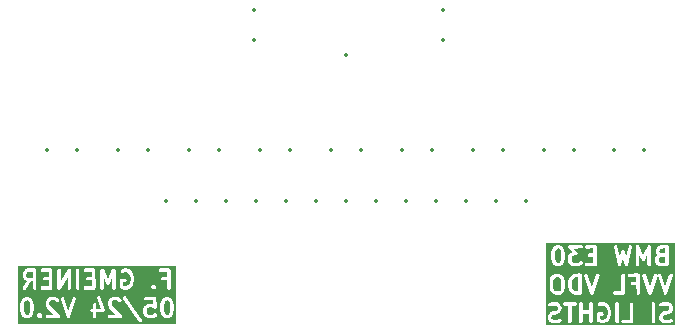
<source format=gbr>
%TF.GenerationSoftware,KiCad,Pcbnew,8.0.1*%
%TF.CreationDate,2024-06-22T15:15:01+02:00*%
%TF.ProjectId,BMW E30 VFL SI Indicator,424d5720-4533-4302-9056-464c20534920,rev?*%
%TF.SameCoordinates,Original*%
%TF.FileFunction,Legend,Bot*%
%TF.FilePolarity,Positive*%
%FSLAX46Y46*%
G04 Gerber Fmt 4.6, Leading zero omitted, Abs format (unit mm)*
G04 Created by KiCad (PCBNEW 8.0.1) date 2024-06-22 15:15:01*
%MOMM*%
%LPD*%
G01*
G04 APERTURE LIST*
%ADD10C,0.300000*%
%ADD11C,0.350000*%
G04 APERTURE END LIST*
D10*
G36*
X123430211Y-98788881D02*
G01*
X123468875Y-98825871D01*
X123521489Y-98927205D01*
X123586666Y-99178396D01*
X123589055Y-99498632D01*
X123528456Y-99750535D01*
X123474319Y-99863067D01*
X123437330Y-99901730D01*
X123347117Y-99948569D01*
X123274420Y-99949786D01*
X123185846Y-99907175D01*
X123147184Y-99870187D01*
X123094569Y-99768850D01*
X123029390Y-99517658D01*
X123027001Y-99197424D01*
X123087601Y-98945520D01*
X123141737Y-98832989D01*
X123178729Y-98794324D01*
X123268940Y-98747486D01*
X123341636Y-98746269D01*
X123430211Y-98788881D01*
G37*
G36*
X135287352Y-98788881D02*
G01*
X135326016Y-98825871D01*
X135378630Y-98927205D01*
X135443807Y-99178396D01*
X135446196Y-99498632D01*
X135385597Y-99750535D01*
X135331460Y-99863067D01*
X135294471Y-99901730D01*
X135204258Y-99948569D01*
X135131561Y-99949786D01*
X135042987Y-99907175D01*
X135004325Y-99870187D01*
X134951710Y-99768850D01*
X134886531Y-99517658D01*
X134884142Y-99197424D01*
X134944742Y-98945520D01*
X134998878Y-98832989D01*
X135035870Y-98794324D01*
X135126081Y-98747486D01*
X135198777Y-98746269D01*
X135287352Y-98788881D01*
G37*
G36*
X123802084Y-96819539D02*
G01*
X123604340Y-96820488D01*
X123596993Y-96818861D01*
X123587306Y-96820570D01*
X123418925Y-96821378D01*
X123328702Y-96777973D01*
X123290037Y-96740982D01*
X123243363Y-96651086D01*
X123241661Y-96507314D01*
X123284594Y-96418072D01*
X123321583Y-96379409D01*
X123411044Y-96332960D01*
X123801163Y-96331088D01*
X123802084Y-96819539D01*
G37*
G36*
X135910408Y-100771838D02*
G01*
X122562790Y-100771838D01*
X122562790Y-99169457D01*
X122729457Y-99169457D01*
X122732053Y-99517630D01*
X122729634Y-99533891D01*
X122732310Y-99551986D01*
X122732339Y-99555864D01*
X122733185Y-99557908D01*
X122733936Y-99562981D01*
X122805194Y-99837601D01*
X122806213Y-99851933D01*
X122814601Y-99873853D01*
X122815258Y-99876385D01*
X122815902Y-99877255D01*
X122816722Y-99879396D01*
X122890733Y-100021942D01*
X122897594Y-100038505D01*
X122902328Y-100044274D01*
X122903816Y-100047139D01*
X122906810Y-100049736D01*
X122916248Y-100061236D01*
X122991401Y-100133137D01*
X123001776Y-100145099D01*
X123007999Y-100149016D01*
X123010407Y-100151320D01*
X123014066Y-100152835D01*
X123026661Y-100160764D01*
X123151186Y-100220670D01*
X123153264Y-100222748D01*
X123169386Y-100229426D01*
X123196982Y-100242702D01*
X123202357Y-100243083D01*
X123207336Y-100245146D01*
X123236600Y-100248028D01*
X123358124Y-100245993D01*
X123360695Y-100246850D01*
X123377264Y-100245672D01*
X123408721Y-100245146D01*
X123413699Y-100243083D01*
X123419075Y-100242702D01*
X123446538Y-100232192D01*
X123589078Y-100158184D01*
X123605651Y-100151320D01*
X123611421Y-100146584D01*
X123614282Y-100145099D01*
X123616876Y-100142107D01*
X123628382Y-100132665D01*
X123700277Y-100057515D01*
X123702181Y-100055864D01*
X124160911Y-100055864D01*
X124163137Y-100061237D01*
X124183308Y-100109935D01*
X124183309Y-100109936D01*
X124201964Y-100132667D01*
X124296122Y-100222748D01*
X124296123Y-100222749D01*
X124318921Y-100232192D01*
X124350194Y-100245146D01*
X124350195Y-100245146D01*
X124350196Y-100245146D01*
X124408721Y-100245146D01*
X124408722Y-100245146D01*
X124439995Y-100232192D01*
X124462793Y-100222749D01*
X124485524Y-100204094D01*
X124575607Y-100109936D01*
X124598003Y-100055863D01*
X124598003Y-100029454D01*
X124598004Y-99997338D01*
X124575607Y-99943265D01*
X124556953Y-99920535D01*
X124462794Y-99830451D01*
X124462793Y-99830450D01*
X124431119Y-99817330D01*
X124408722Y-99808053D01*
X124350194Y-99808053D01*
X124327797Y-99817330D01*
X124296123Y-99830450D01*
X124273392Y-99849105D01*
X124183308Y-99943265D01*
X124163138Y-99991962D01*
X124160911Y-99997338D01*
X124160911Y-100055864D01*
X123702181Y-100055864D01*
X123712242Y-100047139D01*
X123716160Y-100040913D01*
X123718464Y-100038506D01*
X123719979Y-100034846D01*
X123727907Y-100022253D01*
X123793049Y-99886845D01*
X123800800Y-99876385D01*
X123808643Y-99854430D01*
X123809845Y-99851933D01*
X123809921Y-99850852D01*
X123810693Y-99848694D01*
X123877561Y-99570725D01*
X123883718Y-99555864D01*
X123885506Y-99537698D01*
X123886423Y-99533891D01*
X123886097Y-99531703D01*
X123886600Y-99526600D01*
X123884003Y-99178426D01*
X123886423Y-99162166D01*
X123883746Y-99144071D01*
X123883718Y-99140193D01*
X123882870Y-99138148D01*
X123882121Y-99133077D01*
X123817424Y-98883742D01*
X124872314Y-98883742D01*
X124874728Y-99027958D01*
X124873492Y-99045361D01*
X124875141Y-99052615D01*
X124875196Y-99055864D01*
X124876712Y-99059525D01*
X124880012Y-99074035D01*
X124946625Y-99266594D01*
X124946625Y-99270148D01*
X124954083Y-99288154D01*
X124963429Y-99315170D01*
X124966959Y-99319240D01*
X124969022Y-99324220D01*
X124987677Y-99346951D01*
X125592633Y-99949105D01*
X124993050Y-99950910D01*
X124938978Y-99973308D01*
X124897594Y-100014692D01*
X124875196Y-100068764D01*
X124875196Y-100127292D01*
X124897594Y-100181364D01*
X124938978Y-100222748D01*
X124993050Y-100245146D01*
X125022314Y-100248028D01*
X125980150Y-100245146D01*
X126011423Y-100232192D01*
X126034221Y-100222749D01*
X126075607Y-100181363D01*
X126088726Y-100149689D01*
X126098004Y-100127292D01*
X126098004Y-100068764D01*
X126090478Y-100050594D01*
X126075607Y-100014692D01*
X126056952Y-99991962D01*
X125226235Y-99165093D01*
X125172008Y-99008337D01*
X125170555Y-98921562D01*
X125213166Y-98832989D01*
X125250156Y-98794325D01*
X125339782Y-98747791D01*
X125626076Y-98745655D01*
X125715924Y-98788879D01*
X125796121Y-98865606D01*
X125850194Y-98888002D01*
X125908720Y-98888002D01*
X125962792Y-98865606D01*
X126004178Y-98824220D01*
X126026574Y-98770148D01*
X126026574Y-98711622D01*
X126004178Y-98657549D01*
X125985523Y-98634819D01*
X125966677Y-98616789D01*
X126159206Y-98616789D01*
X126165726Y-98645462D01*
X126662619Y-100127298D01*
X126663355Y-100137648D01*
X126671658Y-100154255D01*
X126677714Y-100172313D01*
X126684736Y-100180410D01*
X126689529Y-100189995D01*
X126703735Y-100202316D01*
X126716061Y-100216528D01*
X126725648Y-100221321D01*
X126733743Y-100228342D01*
X126751585Y-100234289D01*
X126768409Y-100242701D01*
X126779099Y-100243460D01*
X126789267Y-100246850D01*
X126808023Y-100245517D01*
X126826789Y-100246851D01*
X126836959Y-100243460D01*
X126847648Y-100242701D01*
X126864469Y-100234290D01*
X126882313Y-100228342D01*
X126890409Y-100221319D01*
X126899995Y-100216527D01*
X126912318Y-100202318D01*
X126926527Y-100189995D01*
X126931319Y-100180409D01*
X126938342Y-100172313D01*
X126950330Y-100145462D01*
X127122024Y-99627292D01*
X128660910Y-99627292D01*
X128683308Y-99681364D01*
X128724692Y-99722748D01*
X128778764Y-99745146D01*
X128808028Y-99748028D01*
X128874133Y-99747829D01*
X128875196Y-100127292D01*
X128897594Y-100181364D01*
X128938978Y-100222748D01*
X128993050Y-100245146D01*
X129051578Y-100245146D01*
X129105650Y-100222748D01*
X129147034Y-100181364D01*
X129169432Y-100127292D01*
X129172314Y-100098028D01*
X129171330Y-99746934D01*
X129732782Y-99745245D01*
X129755359Y-99746850D01*
X129760421Y-99745162D01*
X129765863Y-99745146D01*
X129788079Y-99735943D01*
X129810884Y-99728342D01*
X129814955Y-99724810D01*
X129819935Y-99722748D01*
X129836940Y-99705742D01*
X129855098Y-99689994D01*
X129857507Y-99685175D01*
X129861319Y-99681364D01*
X129870522Y-99659146D01*
X129881272Y-99637647D01*
X129881653Y-99632272D01*
X129883717Y-99627292D01*
X129883717Y-99603243D01*
X129885421Y-99579267D01*
X129883717Y-99571773D01*
X129883717Y-99568764D01*
X129882200Y-99565102D01*
X129878901Y-99550593D01*
X129654773Y-98883742D01*
X130158027Y-98883742D01*
X130160441Y-99027958D01*
X130159205Y-99045361D01*
X130160854Y-99052615D01*
X130160909Y-99055864D01*
X130162425Y-99059525D01*
X130165725Y-99074035D01*
X130232338Y-99266594D01*
X130232338Y-99270148D01*
X130239796Y-99288154D01*
X130249142Y-99315170D01*
X130252672Y-99319240D01*
X130254735Y-99324220D01*
X130273390Y-99346951D01*
X130878346Y-99949105D01*
X130278763Y-99950910D01*
X130224691Y-99973308D01*
X130183307Y-100014692D01*
X130160909Y-100068764D01*
X130160909Y-100127292D01*
X130183307Y-100181364D01*
X130224691Y-100222748D01*
X130278763Y-100245146D01*
X130308027Y-100248028D01*
X131265863Y-100245146D01*
X131297136Y-100232192D01*
X131319934Y-100222749D01*
X131361320Y-100181363D01*
X131374439Y-100149689D01*
X131383717Y-100127292D01*
X131383717Y-100068764D01*
X131376191Y-100050594D01*
X131361320Y-100014692D01*
X131342665Y-99991962D01*
X130511948Y-99165093D01*
X130457721Y-99008337D01*
X130456268Y-98921562D01*
X130498879Y-98832989D01*
X130535869Y-98794325D01*
X130625495Y-98747791D01*
X130911789Y-98745655D01*
X131001637Y-98788879D01*
X131081834Y-98865606D01*
X131135907Y-98888002D01*
X131194433Y-98888002D01*
X131248505Y-98865606D01*
X131289891Y-98824220D01*
X131312287Y-98770148D01*
X131312287Y-98711622D01*
X131289891Y-98657549D01*
X131271236Y-98634819D01*
X131196086Y-98562922D01*
X131185710Y-98550958D01*
X131179484Y-98547039D01*
X131177077Y-98544736D01*
X131173417Y-98543220D01*
X131160824Y-98535293D01*
X131142426Y-98526442D01*
X131443742Y-98526442D01*
X131455100Y-98583857D01*
X131468934Y-98609805D01*
X132773279Y-100561127D01*
X132821909Y-100593693D01*
X132879299Y-100605171D01*
X132936713Y-100593813D01*
X132985412Y-100561348D01*
X133017978Y-100512718D01*
X133029456Y-100455329D01*
X133018098Y-100397914D01*
X133004264Y-100371966D01*
X132391440Y-99455171D01*
X133158027Y-99455171D01*
X133160521Y-99789603D01*
X133159205Y-99793553D01*
X133160708Y-99814710D01*
X133160909Y-99841578D01*
X133162972Y-99846558D01*
X133163354Y-99851933D01*
X133173863Y-99879396D01*
X133247872Y-100021938D01*
X133254735Y-100038506D01*
X133259470Y-100044276D01*
X133260957Y-100047139D01*
X133263950Y-100049735D01*
X133273390Y-100061237D01*
X133348545Y-100133138D01*
X133358918Y-100145099D01*
X133365141Y-100149016D01*
X133367550Y-100151321D01*
X133371211Y-100152837D01*
X133383803Y-100160764D01*
X133508328Y-100220670D01*
X133510406Y-100222748D01*
X133526528Y-100229426D01*
X133554124Y-100242702D01*
X133559499Y-100243083D01*
X133564478Y-100245146D01*
X133593742Y-100248028D01*
X133928174Y-100245533D01*
X133932123Y-100246850D01*
X133953285Y-100245346D01*
X133980149Y-100245146D01*
X133985127Y-100243083D01*
X133990503Y-100242702D01*
X134017967Y-100232192D01*
X134160510Y-100158182D01*
X134177078Y-100151320D01*
X134182846Y-100146585D01*
X134185710Y-100145099D01*
X134188306Y-100142104D01*
X134199809Y-100132665D01*
X134289891Y-100038506D01*
X134312288Y-99984433D01*
X134312287Y-99925907D01*
X134289890Y-99871835D01*
X134248504Y-99830450D01*
X134194432Y-99808053D01*
X134135906Y-99808054D01*
X134081834Y-99830451D01*
X134059103Y-99849106D01*
X134008755Y-99901732D01*
X133919133Y-99948264D01*
X133632837Y-99950400D01*
X133542988Y-99907175D01*
X133504325Y-99870186D01*
X133457790Y-99780560D01*
X133455654Y-99494266D01*
X133498879Y-99404418D01*
X133535870Y-99365753D01*
X133625494Y-99319220D01*
X133911789Y-99317084D01*
X134001638Y-99360309D01*
X134047509Y-99404195D01*
X134049361Y-99407646D01*
X134061484Y-99417565D01*
X134081834Y-99437034D01*
X134088812Y-99439924D01*
X134094658Y-99444707D01*
X134115649Y-99451040D01*
X134135906Y-99459431D01*
X134143458Y-99459431D01*
X134150690Y-99461613D01*
X134172506Y-99459431D01*
X134194432Y-99459432D01*
X134201410Y-99456541D01*
X134208927Y-99455790D01*
X134228246Y-99445425D01*
X134248504Y-99437035D01*
X134253846Y-99431692D01*
X134260502Y-99428122D01*
X134274382Y-99411156D01*
X134289890Y-99395650D01*
X134292780Y-99388670D01*
X134297563Y-99382826D01*
X134303897Y-99361831D01*
X134312287Y-99341578D01*
X134312287Y-99334028D01*
X134314470Y-99326794D01*
X134314426Y-99297388D01*
X134301134Y-99169457D01*
X134586598Y-99169457D01*
X134589194Y-99517630D01*
X134586775Y-99533891D01*
X134589451Y-99551986D01*
X134589480Y-99555864D01*
X134590326Y-99557908D01*
X134591077Y-99562981D01*
X134662335Y-99837601D01*
X134663354Y-99851933D01*
X134671742Y-99873853D01*
X134672399Y-99876385D01*
X134673043Y-99877255D01*
X134673863Y-99879396D01*
X134747874Y-100021942D01*
X134754735Y-100038505D01*
X134759469Y-100044274D01*
X134760957Y-100047139D01*
X134763951Y-100049736D01*
X134773389Y-100061236D01*
X134848542Y-100133137D01*
X134858917Y-100145099D01*
X134865140Y-100149016D01*
X134867548Y-100151320D01*
X134871207Y-100152835D01*
X134883802Y-100160764D01*
X135008327Y-100220670D01*
X135010405Y-100222748D01*
X135026527Y-100229426D01*
X135054123Y-100242702D01*
X135059498Y-100243083D01*
X135064477Y-100245146D01*
X135093741Y-100248028D01*
X135215265Y-100245993D01*
X135217836Y-100246850D01*
X135234405Y-100245672D01*
X135265862Y-100245146D01*
X135270840Y-100243083D01*
X135276216Y-100242702D01*
X135303679Y-100232192D01*
X135446219Y-100158184D01*
X135462792Y-100151320D01*
X135468562Y-100146584D01*
X135471423Y-100145099D01*
X135474017Y-100142107D01*
X135485523Y-100132665D01*
X135557418Y-100057515D01*
X135569383Y-100047139D01*
X135573301Y-100040913D01*
X135575605Y-100038506D01*
X135577120Y-100034846D01*
X135585048Y-100022253D01*
X135650190Y-99886845D01*
X135657941Y-99876385D01*
X135665784Y-99854430D01*
X135666986Y-99851933D01*
X135667062Y-99850852D01*
X135667834Y-99848694D01*
X135734702Y-99570725D01*
X135740859Y-99555864D01*
X135742647Y-99537698D01*
X135743564Y-99533891D01*
X135743238Y-99531703D01*
X135743741Y-99526600D01*
X135741144Y-99178426D01*
X135743564Y-99162166D01*
X135740887Y-99144071D01*
X135740859Y-99140193D01*
X135740011Y-99138148D01*
X135739262Y-99133077D01*
X135668004Y-98858455D01*
X135666986Y-98844123D01*
X135658597Y-98822199D01*
X135657941Y-98819671D01*
X135657296Y-98818801D01*
X135656477Y-98816659D01*
X135582466Y-98674116D01*
X135575605Y-98657549D01*
X135570868Y-98651777D01*
X135569383Y-98648917D01*
X135566390Y-98646321D01*
X135556950Y-98634819D01*
X135481800Y-98562922D01*
X135471424Y-98550958D01*
X135465198Y-98547039D01*
X135462791Y-98544736D01*
X135459131Y-98543220D01*
X135446538Y-98535293D01*
X135322010Y-98475384D01*
X135319934Y-98473308D01*
X135303816Y-98466631D01*
X135276217Y-98453354D01*
X135270839Y-98452971D01*
X135265862Y-98450910D01*
X135236598Y-98448028D01*
X135115072Y-98450062D01*
X135112502Y-98449206D01*
X135095937Y-98450383D01*
X135064477Y-98450910D01*
X135059496Y-98452973D01*
X135054122Y-98453355D01*
X135026658Y-98463864D01*
X134884115Y-98537874D01*
X134867548Y-98544736D01*
X134861776Y-98549472D01*
X134858916Y-98550958D01*
X134856320Y-98553950D01*
X134844818Y-98563391D01*
X134772921Y-98638540D01*
X134760957Y-98648917D01*
X134757038Y-98655142D01*
X134754735Y-98657550D01*
X134753219Y-98661209D01*
X134745292Y-98673803D01*
X134680149Y-98809210D01*
X134672399Y-98819671D01*
X134664555Y-98841625D01*
X134663354Y-98844123D01*
X134663277Y-98845203D01*
X134662506Y-98847362D01*
X134595636Y-99125330D01*
X134589480Y-99140193D01*
X134587691Y-99158358D01*
X134586775Y-99162166D01*
X134587100Y-99164353D01*
X134586598Y-99169457D01*
X134301134Y-99169457D01*
X134240860Y-98589324D01*
X134240860Y-98568764D01*
X134238008Y-98561880D01*
X134237218Y-98554271D01*
X134226853Y-98534949D01*
X134218462Y-98514692D01*
X134213121Y-98509351D01*
X134209551Y-98502696D01*
X134192583Y-98488813D01*
X134177078Y-98473308D01*
X134170098Y-98470416D01*
X134164254Y-98465635D01*
X134143265Y-98459301D01*
X134123006Y-98450910D01*
X134111794Y-98449805D01*
X134108222Y-98448728D01*
X134104564Y-98449093D01*
X134093742Y-98448028D01*
X133350192Y-98450910D01*
X133296120Y-98473308D01*
X133254736Y-98514692D01*
X133232338Y-98568764D01*
X133232338Y-98627292D01*
X133254736Y-98681364D01*
X133296120Y-98722748D01*
X133350192Y-98745146D01*
X133379456Y-98748028D01*
X133958286Y-98745784D01*
X133987250Y-99024551D01*
X133985127Y-99024401D01*
X133980149Y-99022339D01*
X133950885Y-99019457D01*
X133616452Y-99021951D01*
X133612504Y-99020635D01*
X133591341Y-99022138D01*
X133564478Y-99022339D01*
X133559499Y-99024401D01*
X133554124Y-99024783D01*
X133526661Y-99035293D01*
X133384123Y-99109298D01*
X133367550Y-99116164D01*
X133361777Y-99120901D01*
X133358918Y-99122386D01*
X133356323Y-99125377D01*
X133344819Y-99134819D01*
X133272921Y-99209969D01*
X133260957Y-99220346D01*
X133257038Y-99226571D01*
X133254735Y-99228979D01*
X133253219Y-99232638D01*
X133245292Y-99245232D01*
X133185385Y-99369756D01*
X133183307Y-99371835D01*
X133176625Y-99387966D01*
X133163354Y-99415552D01*
X133162972Y-99420926D01*
X133160909Y-99425907D01*
X133158027Y-99455171D01*
X132391440Y-99455171D01*
X131699919Y-98420644D01*
X131651289Y-98388078D01*
X131593900Y-98376600D01*
X131536485Y-98387958D01*
X131487786Y-98420423D01*
X131455220Y-98469053D01*
X131443742Y-98526442D01*
X131142426Y-98526442D01*
X131036299Y-98475386D01*
X131034221Y-98473308D01*
X131018089Y-98466626D01*
X130990504Y-98453355D01*
X130985129Y-98452973D01*
X130980149Y-98450910D01*
X130950885Y-98448028D01*
X130616452Y-98450522D01*
X130612503Y-98449206D01*
X130591345Y-98450709D01*
X130564478Y-98450910D01*
X130559497Y-98452973D01*
X130554123Y-98453355D01*
X130526659Y-98463864D01*
X130384115Y-98537874D01*
X130367550Y-98544736D01*
X130361779Y-98549471D01*
X130358917Y-98550958D01*
X130356320Y-98553951D01*
X130344820Y-98563390D01*
X130272922Y-98638539D01*
X130260957Y-98648917D01*
X130257038Y-98655142D01*
X130254736Y-98657549D01*
X130253220Y-98661207D01*
X130245292Y-98673803D01*
X130185385Y-98798327D01*
X130183307Y-98800406D01*
X130176625Y-98816537D01*
X130163354Y-98844123D01*
X130162972Y-98849497D01*
X130160909Y-98854478D01*
X130158027Y-98883742D01*
X129654773Y-98883742D01*
X129509770Y-98452315D01*
X129471423Y-98408101D01*
X129419076Y-98381927D01*
X129360695Y-98377778D01*
X129305171Y-98396286D01*
X129260957Y-98434633D01*
X129234783Y-98486980D01*
X129230634Y-98545361D01*
X129237154Y-98574034D01*
X129531110Y-99448646D01*
X129170498Y-99449731D01*
X129169432Y-99068764D01*
X129147034Y-99014692D01*
X129105650Y-98973308D01*
X129051578Y-98950910D01*
X128993050Y-98950910D01*
X128938978Y-98973308D01*
X128897594Y-99014692D01*
X128875196Y-99068764D01*
X128872314Y-99098028D01*
X128873301Y-99450625D01*
X128778764Y-99450910D01*
X128724692Y-99473308D01*
X128683308Y-99514692D01*
X128660910Y-99568764D01*
X128660910Y-99627292D01*
X127122024Y-99627292D01*
X127456851Y-98616788D01*
X127452701Y-98558408D01*
X127426527Y-98506061D01*
X127382313Y-98467714D01*
X127326789Y-98449205D01*
X127268409Y-98453355D01*
X127216061Y-98479528D01*
X127177714Y-98523743D01*
X127165726Y-98550594D01*
X126808678Y-99628159D01*
X126438342Y-98523743D01*
X126399995Y-98479529D01*
X126347648Y-98453355D01*
X126289267Y-98449206D01*
X126233743Y-98467714D01*
X126189529Y-98506061D01*
X126163355Y-98558408D01*
X126159206Y-98616789D01*
X125966677Y-98616789D01*
X125910373Y-98562922D01*
X125899997Y-98550958D01*
X125893771Y-98547039D01*
X125891364Y-98544736D01*
X125887704Y-98543220D01*
X125875111Y-98535293D01*
X125750586Y-98475386D01*
X125748508Y-98473308D01*
X125732376Y-98466626D01*
X125704791Y-98453355D01*
X125699416Y-98452973D01*
X125694436Y-98450910D01*
X125665172Y-98448028D01*
X125330739Y-98450522D01*
X125326790Y-98449206D01*
X125305632Y-98450709D01*
X125278765Y-98450910D01*
X125273784Y-98452973D01*
X125268410Y-98453355D01*
X125240946Y-98463864D01*
X125098402Y-98537874D01*
X125081837Y-98544736D01*
X125076066Y-98549471D01*
X125073204Y-98550958D01*
X125070607Y-98553951D01*
X125059107Y-98563390D01*
X124987209Y-98638539D01*
X124975244Y-98648917D01*
X124971325Y-98655142D01*
X124969023Y-98657549D01*
X124967507Y-98661207D01*
X124959579Y-98673803D01*
X124899672Y-98798327D01*
X124897594Y-98800406D01*
X124890912Y-98816537D01*
X124877641Y-98844123D01*
X124877259Y-98849497D01*
X124875196Y-98854478D01*
X124872314Y-98883742D01*
X123817424Y-98883742D01*
X123810863Y-98858455D01*
X123809845Y-98844123D01*
X123801456Y-98822199D01*
X123800800Y-98819671D01*
X123800155Y-98818801D01*
X123799336Y-98816659D01*
X123725325Y-98674116D01*
X123718464Y-98657549D01*
X123713727Y-98651777D01*
X123712242Y-98648917D01*
X123709249Y-98646321D01*
X123699809Y-98634819D01*
X123624659Y-98562922D01*
X123614283Y-98550958D01*
X123608057Y-98547039D01*
X123605650Y-98544736D01*
X123601990Y-98543220D01*
X123589397Y-98535293D01*
X123464869Y-98475384D01*
X123462793Y-98473308D01*
X123446675Y-98466631D01*
X123419076Y-98453354D01*
X123413698Y-98452971D01*
X123408721Y-98450910D01*
X123379457Y-98448028D01*
X123257931Y-98450062D01*
X123255361Y-98449206D01*
X123238796Y-98450383D01*
X123207336Y-98450910D01*
X123202355Y-98452973D01*
X123196981Y-98453355D01*
X123169517Y-98463864D01*
X123026974Y-98537874D01*
X123010407Y-98544736D01*
X123004635Y-98549472D01*
X123001775Y-98550958D01*
X122999179Y-98553950D01*
X122987677Y-98563391D01*
X122915780Y-98638540D01*
X122903816Y-98648917D01*
X122899897Y-98655142D01*
X122897594Y-98657550D01*
X122896078Y-98661209D01*
X122888151Y-98673803D01*
X122823008Y-98809210D01*
X122815258Y-98819671D01*
X122807414Y-98841625D01*
X122806213Y-98844123D01*
X122806136Y-98845203D01*
X122805365Y-98847362D01*
X122738495Y-99125330D01*
X122732339Y-99140193D01*
X122730550Y-99158358D01*
X122729634Y-99162166D01*
X122729959Y-99164353D01*
X122729457Y-99169457D01*
X122562790Y-99169457D01*
X122562790Y-96468826D01*
X122943742Y-96468826D01*
X122946016Y-96661059D01*
X122944920Y-96664350D01*
X122946282Y-96683528D01*
X122946624Y-96712376D01*
X122948686Y-96717354D01*
X122949068Y-96722730D01*
X122959578Y-96750194D01*
X123033586Y-96892735D01*
X123040449Y-96909304D01*
X123045184Y-96915074D01*
X123046671Y-96917937D01*
X123049664Y-96920533D01*
X123059104Y-96932035D01*
X123134259Y-97003936D01*
X123144632Y-97015897D01*
X123150855Y-97019814D01*
X123153264Y-97022119D01*
X123156925Y-97023635D01*
X123169517Y-97031562D01*
X123294042Y-97091468D01*
X123296120Y-97093546D01*
X123312242Y-97100224D01*
X123317829Y-97102912D01*
X122956436Y-97622719D01*
X122943777Y-97679861D01*
X122953948Y-97737497D01*
X122985401Y-97786854D01*
X123033349Y-97820418D01*
X123090491Y-97833077D01*
X123148127Y-97822906D01*
X123197484Y-97791453D01*
X123216627Y-97769131D01*
X123669717Y-97117433D01*
X123802644Y-97116795D01*
X123803767Y-97712376D01*
X123826165Y-97766448D01*
X123867549Y-97807832D01*
X123921621Y-97830230D01*
X123980149Y-97830230D01*
X124034221Y-97807832D01*
X124075605Y-97766448D01*
X124098003Y-97712376D01*
X124446624Y-97712376D01*
X124469022Y-97766448D01*
X124510406Y-97807832D01*
X124564478Y-97830230D01*
X124593742Y-97833112D01*
X125337292Y-97830230D01*
X125391364Y-97807832D01*
X125432748Y-97766448D01*
X125455146Y-97712376D01*
X125455146Y-97712374D01*
X125458028Y-97683112D01*
X125455201Y-96183112D01*
X125872314Y-96183112D01*
X125875124Y-97674361D01*
X125872680Y-97693589D01*
X125875177Y-97702747D01*
X125875196Y-97712376D01*
X125882831Y-97730808D01*
X125888080Y-97750053D01*
X125893934Y-97757612D01*
X125897594Y-97766448D01*
X125911701Y-97780555D01*
X125923915Y-97796327D01*
X125932217Y-97801071D01*
X125938978Y-97807832D01*
X125957408Y-97815466D01*
X125974731Y-97825365D01*
X125984216Y-97826570D01*
X125993050Y-97830230D01*
X126013000Y-97830230D01*
X126032791Y-97832746D01*
X126042016Y-97830230D01*
X126051578Y-97830230D01*
X126070010Y-97822594D01*
X126089255Y-97817346D01*
X126096814Y-97811491D01*
X126105650Y-97807832D01*
X126119757Y-97793724D01*
X126135529Y-97781511D01*
X126144234Y-97769247D01*
X126147034Y-97766448D01*
X126148172Y-97763700D01*
X126152550Y-97757533D01*
X126730510Y-96742238D01*
X126732339Y-97712376D01*
X126754737Y-97766448D01*
X126796121Y-97807832D01*
X126850193Y-97830230D01*
X126908721Y-97830230D01*
X126962793Y-97807832D01*
X127004177Y-97766448D01*
X127026575Y-97712376D01*
X127029457Y-97683112D01*
X127026646Y-96191861D01*
X127027759Y-96183112D01*
X127443743Y-96183112D01*
X127446625Y-97712376D01*
X127469023Y-97766448D01*
X127510407Y-97807832D01*
X127564479Y-97830230D01*
X127623007Y-97830230D01*
X127677079Y-97807832D01*
X127718463Y-97766448D01*
X127740861Y-97712376D01*
X128089482Y-97712376D01*
X128111880Y-97766448D01*
X128153264Y-97807832D01*
X128207336Y-97830230D01*
X128236600Y-97833112D01*
X128980150Y-97830230D01*
X129034222Y-97807832D01*
X129075606Y-97766448D01*
X129098004Y-97712376D01*
X129098004Y-97712374D01*
X129100886Y-97683112D01*
X129098059Y-96183112D01*
X129515172Y-96183112D01*
X129518054Y-97712376D01*
X129540452Y-97766448D01*
X129581836Y-97807832D01*
X129635908Y-97830230D01*
X129694436Y-97830230D01*
X129748508Y-97807832D01*
X129789892Y-97766448D01*
X129812290Y-97712376D01*
X129815172Y-97683112D01*
X129813605Y-96852127D01*
X130029442Y-97311778D01*
X130036912Y-97332319D01*
X130041377Y-97337195D01*
X130044232Y-97343274D01*
X130061037Y-97358664D01*
X130076439Y-97375482D01*
X130082482Y-97378302D01*
X130087395Y-97382801D01*
X130108815Y-97390590D01*
X130129477Y-97400232D01*
X130136134Y-97400524D01*
X130142397Y-97402802D01*
X130165176Y-97401801D01*
X130187947Y-97402802D01*
X130194206Y-97400525D01*
X130200868Y-97400233D01*
X130221535Y-97390588D01*
X130242950Y-97382801D01*
X130247863Y-97378301D01*
X130253905Y-97375482D01*
X130269300Y-97358669D01*
X130286113Y-97343274D01*
X130291081Y-97334885D01*
X130293432Y-97332319D01*
X130294751Y-97328689D01*
X130301099Y-97317974D01*
X130516435Y-96853659D01*
X130518054Y-97712376D01*
X130540452Y-97766448D01*
X130581836Y-97807832D01*
X130635908Y-97830230D01*
X130694436Y-97830230D01*
X130748508Y-97807832D01*
X130789892Y-97766448D01*
X130812290Y-97712376D01*
X130815172Y-97683112D01*
X130813960Y-97040255D01*
X131158029Y-97040255D01*
X131160911Y-97569519D01*
X131183309Y-97623591D01*
X131183312Y-97623594D01*
X131201962Y-97646320D01*
X131260106Y-97701948D01*
X131260958Y-97703651D01*
X131270893Y-97712268D01*
X131296121Y-97736404D01*
X131301097Y-97738465D01*
X131305172Y-97741999D01*
X131332023Y-97753987D01*
X131546652Y-97822845D01*
X131564479Y-97830230D01*
X131571967Y-97830967D01*
X131574983Y-97831935D01*
X131578937Y-97831653D01*
X131593743Y-97833112D01*
X131737950Y-97830697D01*
X131755360Y-97831935D01*
X131762619Y-97830284D01*
X131765864Y-97830230D01*
X131769521Y-97828714D01*
X131784034Y-97825415D01*
X131976597Y-97758802D01*
X131980149Y-97758802D01*
X131998145Y-97751347D01*
X132025171Y-97741999D01*
X132029242Y-97738467D01*
X132034222Y-97736405D01*
X132056952Y-97717750D01*
X132131862Y-97640948D01*
X133803768Y-97640948D01*
X133808058Y-97651304D01*
X133826165Y-97695019D01*
X133826166Y-97695020D01*
X133844821Y-97717751D01*
X133938979Y-97807832D01*
X133938980Y-97807833D01*
X133961947Y-97817346D01*
X133993051Y-97830230D01*
X133993052Y-97830230D01*
X133993053Y-97830230D01*
X134051578Y-97830230D01*
X134051579Y-97830230D01*
X134082683Y-97817346D01*
X134105650Y-97807833D01*
X134128381Y-97789178D01*
X134218464Y-97695020D01*
X134240860Y-97640947D01*
X134240860Y-97613499D01*
X134240861Y-97582422D01*
X134218464Y-97528349D01*
X134199810Y-97505619D01*
X134105651Y-97415535D01*
X134105650Y-97415534D01*
X134068707Y-97400232D01*
X134051579Y-97393137D01*
X133993051Y-97393137D01*
X133975923Y-97400232D01*
X133938980Y-97415534D01*
X133916249Y-97434189D01*
X133826165Y-97528349D01*
X133809113Y-97569519D01*
X133803768Y-97582422D01*
X133803768Y-97640948D01*
X132131862Y-97640948D01*
X132197972Y-97573169D01*
X132212242Y-97560794D01*
X132216242Y-97554438D01*
X132218464Y-97552161D01*
X132219979Y-97548501D01*
X132227907Y-97535908D01*
X132293049Y-97400500D01*
X132300800Y-97390040D01*
X132308643Y-97368085D01*
X132309845Y-97365588D01*
X132309921Y-97364507D01*
X132310693Y-97362349D01*
X132377561Y-97084380D01*
X132383718Y-97069519D01*
X132385506Y-97051353D01*
X132386423Y-97047546D01*
X132386097Y-97045358D01*
X132386600Y-97040255D01*
X132384158Y-96833897D01*
X132386423Y-96818678D01*
X132383765Y-96800707D01*
X132383718Y-96796705D01*
X132382870Y-96794660D01*
X132382121Y-96789589D01*
X132310863Y-96514968D01*
X132309845Y-96500636D01*
X132301456Y-96478712D01*
X132300800Y-96476184D01*
X132300155Y-96475314D01*
X132299336Y-96473172D01*
X132225327Y-96330632D01*
X132218464Y-96314062D01*
X132213727Y-96308290D01*
X132212242Y-96305430D01*
X132209249Y-96302834D01*
X132199809Y-96291332D01*
X132118861Y-96212376D01*
X134446625Y-96212376D01*
X134469023Y-96266448D01*
X134510407Y-96307832D01*
X134564479Y-96330230D01*
X134593743Y-96333112D01*
X135158307Y-96330923D01*
X135159093Y-96748208D01*
X134778765Y-96750280D01*
X134724693Y-96772678D01*
X134683309Y-96814062D01*
X134660911Y-96868134D01*
X134660911Y-96926662D01*
X134683309Y-96980734D01*
X134724693Y-97022118D01*
X134778765Y-97044516D01*
X134808029Y-97047398D01*
X135159654Y-97045483D01*
X135160911Y-97712376D01*
X135183309Y-97766448D01*
X135224693Y-97807832D01*
X135278765Y-97830230D01*
X135337293Y-97830230D01*
X135391365Y-97807832D01*
X135432749Y-97766448D01*
X135455147Y-97712376D01*
X135458029Y-97683112D01*
X135455147Y-96153848D01*
X135432749Y-96099776D01*
X135391365Y-96058392D01*
X135337293Y-96035994D01*
X135308029Y-96033112D01*
X134564479Y-96035994D01*
X134510407Y-96058392D01*
X134469023Y-96099776D01*
X134446625Y-96153848D01*
X134446625Y-96212376D01*
X132118861Y-96212376D01*
X132070892Y-96165588D01*
X132069385Y-96162574D01*
X132055095Y-96150180D01*
X132034221Y-96129820D01*
X132029241Y-96127757D01*
X132025171Y-96124227D01*
X131998320Y-96112238D01*
X131783698Y-96043381D01*
X131765864Y-96035994D01*
X131758372Y-96035256D01*
X131755361Y-96034290D01*
X131751411Y-96034570D01*
X131736600Y-96033112D01*
X131544366Y-96035386D01*
X131541076Y-96034290D01*
X131521897Y-96035652D01*
X131493051Y-96035994D01*
X131488073Y-96038055D01*
X131482696Y-96038438D01*
X131455233Y-96048948D01*
X131287489Y-96136042D01*
X131249143Y-96180257D01*
X131230635Y-96235779D01*
X131234783Y-96294160D01*
X131260958Y-96346509D01*
X131305173Y-96384855D01*
X131360695Y-96403363D01*
X131419076Y-96399215D01*
X131446539Y-96388705D01*
X131554341Y-96332733D01*
X131706371Y-96330933D01*
X131867347Y-96382580D01*
X131968059Y-96480813D01*
X132021489Y-96583718D01*
X132086707Y-96835066D01*
X132088816Y-97013279D01*
X132028456Y-97264190D01*
X131974573Y-97376194D01*
X131873613Y-97479703D01*
X131718335Y-97533417D01*
X131623108Y-97535012D01*
X131462332Y-97483430D01*
X131457695Y-97478994D01*
X131456115Y-97188900D01*
X131623007Y-97187373D01*
X131677079Y-97164975D01*
X131718463Y-97123591D01*
X131740861Y-97069519D01*
X131740861Y-97010991D01*
X131718463Y-96956919D01*
X131677079Y-96915535D01*
X131623007Y-96893137D01*
X131593743Y-96890255D01*
X131278765Y-96893137D01*
X131224693Y-96915535D01*
X131183309Y-96956919D01*
X131160911Y-97010991D01*
X131158029Y-97040255D01*
X130813960Y-97040255D01*
X130812348Y-96185004D01*
X130813433Y-96160336D01*
X130812296Y-96157210D01*
X130812290Y-96153848D01*
X130802329Y-96129802D01*
X130793432Y-96105334D01*
X130791172Y-96102866D01*
X130789892Y-96099776D01*
X130771494Y-96081378D01*
X130753905Y-96062171D01*
X130750871Y-96060755D01*
X130748508Y-96058392D01*
X130724477Y-96048438D01*
X130700868Y-96037420D01*
X130697523Y-96037273D01*
X130694436Y-96035994D01*
X130668412Y-96035994D01*
X130642397Y-96034851D01*
X130639254Y-96035994D01*
X130635908Y-96035994D01*
X130611855Y-96045957D01*
X130587395Y-96054852D01*
X130584927Y-96057111D01*
X130581836Y-96058392D01*
X130563427Y-96076800D01*
X130544232Y-96094379D01*
X130541882Y-96098345D01*
X130540452Y-96099776D01*
X130539096Y-96103048D01*
X130529245Y-96119679D01*
X130165888Y-96903158D01*
X129799209Y-96122268D01*
X129789892Y-96099776D01*
X129787545Y-96097429D01*
X129786113Y-96094379D01*
X129766905Y-96076789D01*
X129748508Y-96058392D01*
X129745417Y-96057111D01*
X129742950Y-96054852D01*
X129718484Y-96045955D01*
X129694436Y-96035994D01*
X129691090Y-96035994D01*
X129687947Y-96034851D01*
X129661943Y-96035994D01*
X129635908Y-96035994D01*
X129632817Y-96037274D01*
X129629477Y-96037421D01*
X129605881Y-96048431D01*
X129581836Y-96058392D01*
X129579472Y-96060755D01*
X129576439Y-96062171D01*
X129558849Y-96081378D01*
X129540452Y-96099776D01*
X129539171Y-96102866D01*
X129536912Y-96105334D01*
X129528015Y-96129799D01*
X129518054Y-96153848D01*
X129517602Y-96158436D01*
X129516911Y-96160337D01*
X129517066Y-96163875D01*
X129515172Y-96183112D01*
X129098059Y-96183112D01*
X129098004Y-96153848D01*
X129075606Y-96099776D01*
X129034222Y-96058392D01*
X128980150Y-96035994D01*
X128950886Y-96033112D01*
X128207336Y-96035994D01*
X128153264Y-96058392D01*
X128111880Y-96099776D01*
X128089482Y-96153848D01*
X128089482Y-96212376D01*
X128111880Y-96266448D01*
X128153264Y-96307832D01*
X128207336Y-96330230D01*
X128236600Y-96333112D01*
X128801164Y-96330923D01*
X128801950Y-96748208D01*
X128421622Y-96750280D01*
X128367550Y-96772678D01*
X128326166Y-96814062D01*
X128303768Y-96868134D01*
X128303768Y-96926662D01*
X128326166Y-96980734D01*
X128367550Y-97022118D01*
X128421622Y-97044516D01*
X128450886Y-97047398D01*
X128802511Y-97045483D01*
X128803431Y-97533683D01*
X128207336Y-97535994D01*
X128153264Y-97558392D01*
X128111880Y-97599776D01*
X128089482Y-97653848D01*
X128089482Y-97712376D01*
X127740861Y-97712376D01*
X127743743Y-97683112D01*
X127740861Y-96153848D01*
X127718463Y-96099776D01*
X127677079Y-96058392D01*
X127623007Y-96035994D01*
X127564479Y-96035994D01*
X127510407Y-96058392D01*
X127469023Y-96099776D01*
X127446625Y-96153848D01*
X127443743Y-96183112D01*
X127027759Y-96183112D01*
X127029091Y-96172634D01*
X127026593Y-96163475D01*
X127026575Y-96153848D01*
X127018939Y-96135415D01*
X127013691Y-96116171D01*
X127007836Y-96108611D01*
X127004177Y-96099776D01*
X126990069Y-96085668D01*
X126977856Y-96069897D01*
X126969553Y-96065152D01*
X126962793Y-96058392D01*
X126944362Y-96050757D01*
X126927040Y-96040859D01*
X126917554Y-96039653D01*
X126908721Y-96035994D01*
X126888771Y-96035994D01*
X126868980Y-96033478D01*
X126859755Y-96035994D01*
X126850193Y-96035994D01*
X126831764Y-96043627D01*
X126812516Y-96048877D01*
X126804954Y-96054733D01*
X126796121Y-96058392D01*
X126782015Y-96072497D01*
X126766242Y-96084713D01*
X126757536Y-96096976D01*
X126754737Y-96099776D01*
X126753598Y-96102523D01*
X126749221Y-96108691D01*
X126171260Y-97123984D01*
X126169432Y-96153848D01*
X126147034Y-96099776D01*
X126105650Y-96058392D01*
X126051578Y-96035994D01*
X125993050Y-96035994D01*
X125938978Y-96058392D01*
X125897594Y-96099776D01*
X125875196Y-96153848D01*
X125872314Y-96183112D01*
X125455201Y-96183112D01*
X125455146Y-96153848D01*
X125432748Y-96099776D01*
X125391364Y-96058392D01*
X125337292Y-96035994D01*
X125308028Y-96033112D01*
X124564478Y-96035994D01*
X124510406Y-96058392D01*
X124469022Y-96099776D01*
X124446624Y-96153848D01*
X124446624Y-96212376D01*
X124469022Y-96266448D01*
X124510406Y-96307832D01*
X124564478Y-96330230D01*
X124593742Y-96333112D01*
X125158306Y-96330923D01*
X125159092Y-96748208D01*
X124778764Y-96750280D01*
X124724692Y-96772678D01*
X124683308Y-96814062D01*
X124660910Y-96868134D01*
X124660910Y-96926662D01*
X124683308Y-96980734D01*
X124724692Y-97022118D01*
X124778764Y-97044516D01*
X124808028Y-97047398D01*
X125159653Y-97045483D01*
X125160573Y-97533683D01*
X124564478Y-97535994D01*
X124510406Y-97558392D01*
X124469022Y-97599776D01*
X124446624Y-97653848D01*
X124446624Y-97712376D01*
X124098003Y-97712376D01*
X124100885Y-97683112D01*
X124098003Y-96153848D01*
X124075605Y-96099776D01*
X124034221Y-96058392D01*
X123980149Y-96035994D01*
X123950885Y-96033112D01*
X123402575Y-96035742D01*
X123398217Y-96034290D01*
X123375981Y-96035870D01*
X123350192Y-96035994D01*
X123345211Y-96038057D01*
X123339837Y-96038439D01*
X123312373Y-96048948D01*
X123169829Y-96122958D01*
X123153264Y-96129820D01*
X123147493Y-96134555D01*
X123144631Y-96136042D01*
X123142034Y-96139035D01*
X123130534Y-96148474D01*
X123058636Y-96223623D01*
X123046671Y-96234001D01*
X123042752Y-96240226D01*
X123040450Y-96242633D01*
X123038934Y-96246291D01*
X123031006Y-96258887D01*
X122971099Y-96383412D01*
X122969022Y-96385490D01*
X122962343Y-96401612D01*
X122949068Y-96429208D01*
X122948686Y-96434583D01*
X122946624Y-96439562D01*
X122943742Y-96468826D01*
X122562790Y-96468826D01*
X122562790Y-95866445D01*
X135910408Y-95866445D01*
X135910408Y-100771838D01*
G37*
G36*
X168389084Y-96805511D02*
G01*
X168488669Y-96902645D01*
X168546048Y-97123780D01*
X168548567Y-97586476D01*
X168491964Y-97821771D01*
X168398301Y-97917798D01*
X168306998Y-97965203D01*
X168092002Y-97967170D01*
X168002916Y-97924313D01*
X167903332Y-97827178D01*
X167845951Y-97606041D01*
X167843432Y-97143348D01*
X167900036Y-96908053D01*
X167993701Y-96812024D01*
X168085001Y-96764620D01*
X168299997Y-96762653D01*
X168389084Y-96805511D01*
G37*
G36*
X169977118Y-97966011D02*
G01*
X169798453Y-97967344D01*
X169636679Y-97915443D01*
X169535970Y-97817211D01*
X169482539Y-97714304D01*
X169417321Y-97462957D01*
X169415212Y-97284744D01*
X169475572Y-97033833D01*
X169529455Y-96921830D01*
X169630418Y-96818320D01*
X169785189Y-96764779D01*
X169974851Y-96763364D01*
X169977118Y-97966011D01*
G37*
G36*
X168389610Y-94390849D02*
G01*
X168428274Y-94427839D01*
X168480888Y-94529173D01*
X168546065Y-94780364D01*
X168548454Y-95100600D01*
X168487855Y-95352503D01*
X168433718Y-95465035D01*
X168396729Y-95503698D01*
X168306516Y-95550537D01*
X168233819Y-95551754D01*
X168145245Y-95509143D01*
X168106583Y-95472155D01*
X168053968Y-95370818D01*
X167988789Y-95119626D01*
X167986400Y-94799392D01*
X168047000Y-94547488D01*
X168101136Y-94434957D01*
X168138128Y-94396292D01*
X168228339Y-94349454D01*
X168301035Y-94348237D01*
X168389610Y-94390849D01*
G37*
G36*
X177334259Y-95550703D02*
G01*
X176949754Y-95552548D01*
X176859531Y-95509143D01*
X176820866Y-95472152D01*
X176774192Y-95382256D01*
X176772490Y-95238484D01*
X176815423Y-95149242D01*
X176846058Y-95117221D01*
X176999372Y-95064185D01*
X177333339Y-95062367D01*
X177334259Y-95550703D01*
G37*
G36*
X177332778Y-94765092D02*
G01*
X177021092Y-94766790D01*
X176930960Y-94723429D01*
X176892297Y-94686440D01*
X176845457Y-94596227D01*
X176844240Y-94523530D01*
X176886851Y-94434957D01*
X176923841Y-94396293D01*
X177013342Y-94349823D01*
X177331993Y-94348088D01*
X177332778Y-94765092D01*
G37*
G36*
X178155523Y-100846495D02*
G01*
X167236474Y-100846495D01*
X167236474Y-100101257D01*
X167403141Y-100101257D01*
X167405175Y-100222782D01*
X167404319Y-100225353D01*
X167405496Y-100241917D01*
X167406023Y-100273378D01*
X167408086Y-100278358D01*
X167408468Y-100283733D01*
X167418977Y-100311196D01*
X167492986Y-100453738D01*
X167499849Y-100470306D01*
X167504584Y-100476076D01*
X167506071Y-100478939D01*
X167509064Y-100481535D01*
X167518504Y-100493037D01*
X167593659Y-100564938D01*
X167604032Y-100576899D01*
X167610255Y-100580816D01*
X167612664Y-100583121D01*
X167616325Y-100584637D01*
X167628917Y-100592564D01*
X167753442Y-100652470D01*
X167755520Y-100654548D01*
X167771642Y-100661226D01*
X167799238Y-100674502D01*
X167804613Y-100674883D01*
X167809592Y-100676946D01*
X167838856Y-100679828D01*
X168194048Y-100677178D01*
X168214759Y-100678651D01*
X168222155Y-100676969D01*
X168225263Y-100676946D01*
X168228920Y-100675430D01*
X168243433Y-100672131D01*
X168484569Y-100588714D01*
X168528783Y-100550367D01*
X168554957Y-100498020D01*
X168559106Y-100439640D01*
X168540598Y-100384115D01*
X168502251Y-100339901D01*
X168449904Y-100313727D01*
X168391524Y-100309578D01*
X168362850Y-100316097D01*
X168178237Y-100379960D01*
X167877951Y-100382200D01*
X167788102Y-100338975D01*
X167749439Y-100301986D01*
X167702599Y-100211773D01*
X167701382Y-100139077D01*
X167743993Y-100050504D01*
X167780984Y-100011839D01*
X167882319Y-99959224D01*
X168149856Y-99889805D01*
X168164189Y-99888787D01*
X168186109Y-99880398D01*
X168188641Y-99879742D01*
X168189511Y-99879097D01*
X168191652Y-99878278D01*
X168334198Y-99804266D01*
X168350761Y-99797406D01*
X168356530Y-99792671D01*
X168359395Y-99791184D01*
X168361992Y-99788189D01*
X168373492Y-99778752D01*
X168445393Y-99703598D01*
X168457355Y-99693224D01*
X168461272Y-99687000D01*
X168463576Y-99684593D01*
X168465091Y-99680933D01*
X168473020Y-99668339D01*
X168532926Y-99543813D01*
X168535004Y-99541736D01*
X168541682Y-99525613D01*
X168554958Y-99498018D01*
X168555339Y-99492642D01*
X168557402Y-99487664D01*
X168560284Y-99458400D01*
X168558249Y-99336874D01*
X168559106Y-99334304D01*
X168557928Y-99317734D01*
X168557402Y-99286278D01*
X168555339Y-99281299D01*
X168554958Y-99275924D01*
X168544448Y-99248461D01*
X168470439Y-99105918D01*
X168463576Y-99089349D01*
X168458840Y-99083578D01*
X168457355Y-99080718D01*
X168454363Y-99078123D01*
X168444921Y-99066618D01*
X168437054Y-99059092D01*
X168691738Y-99059092D01*
X168714136Y-99113164D01*
X168755520Y-99154548D01*
X168809592Y-99176946D01*
X168838856Y-99179828D01*
X169117707Y-99178921D01*
X169120309Y-100559092D01*
X169142707Y-100613164D01*
X169184091Y-100654548D01*
X169238163Y-100676946D01*
X169296691Y-100676946D01*
X169350763Y-100654548D01*
X169392147Y-100613164D01*
X169414545Y-100559092D01*
X169417427Y-100529828D01*
X169414879Y-99177955D01*
X169725262Y-99176946D01*
X169779334Y-99154548D01*
X169820718Y-99113164D01*
X169843116Y-99059092D01*
X169843116Y-99029828D01*
X170045999Y-99029828D01*
X170048881Y-100559092D01*
X170071279Y-100613164D01*
X170112663Y-100654548D01*
X170166735Y-100676946D01*
X170225263Y-100676946D01*
X170279335Y-100654548D01*
X170320719Y-100613164D01*
X170343117Y-100559092D01*
X170345999Y-100529828D01*
X170344800Y-99893630D01*
X170904766Y-99891809D01*
X170906024Y-100559092D01*
X170928422Y-100613164D01*
X170969806Y-100654548D01*
X171023878Y-100676946D01*
X171082406Y-100676946D01*
X171136478Y-100654548D01*
X171177862Y-100613164D01*
X171200260Y-100559092D01*
X171203142Y-100529828D01*
X171201930Y-99886971D01*
X171545999Y-99886971D01*
X171548881Y-100416235D01*
X171571279Y-100470307D01*
X171571282Y-100470310D01*
X171589932Y-100493036D01*
X171648076Y-100548664D01*
X171648928Y-100550367D01*
X171658863Y-100558984D01*
X171684091Y-100583120D01*
X171689067Y-100585181D01*
X171693142Y-100588715D01*
X171719993Y-100600703D01*
X171934622Y-100669561D01*
X171952449Y-100676946D01*
X171959937Y-100677683D01*
X171962953Y-100678651D01*
X171966907Y-100678369D01*
X171981713Y-100679828D01*
X172125920Y-100677413D01*
X172143330Y-100678651D01*
X172150589Y-100677000D01*
X172153834Y-100676946D01*
X172157491Y-100675430D01*
X172172004Y-100672131D01*
X172364567Y-100605518D01*
X172368119Y-100605518D01*
X172386115Y-100598063D01*
X172413141Y-100588715D01*
X172417212Y-100585183D01*
X172422192Y-100583121D01*
X172444922Y-100564466D01*
X172585942Y-100419885D01*
X172600212Y-100407510D01*
X172604212Y-100401154D01*
X172606434Y-100398877D01*
X172607949Y-100395217D01*
X172615877Y-100382624D01*
X172681019Y-100247216D01*
X172688770Y-100236756D01*
X172696613Y-100214801D01*
X172697815Y-100212304D01*
X172697891Y-100211223D01*
X172698663Y-100209065D01*
X172765531Y-99931096D01*
X172771688Y-99916235D01*
X172773476Y-99898069D01*
X172774393Y-99894262D01*
X172774067Y-99892074D01*
X172774570Y-99886971D01*
X172772128Y-99680613D01*
X172774393Y-99665394D01*
X172771735Y-99647423D01*
X172771688Y-99643421D01*
X172770840Y-99641376D01*
X172770091Y-99636305D01*
X172698833Y-99361684D01*
X172697815Y-99347352D01*
X172689426Y-99325428D01*
X172688770Y-99322900D01*
X172688125Y-99322030D01*
X172687306Y-99319888D01*
X172613297Y-99177348D01*
X172606434Y-99160778D01*
X172601697Y-99155006D01*
X172600212Y-99152146D01*
X172597219Y-99149550D01*
X172587779Y-99138048D01*
X172476828Y-99029828D01*
X173117428Y-99029828D01*
X173120310Y-100559092D01*
X173142708Y-100613164D01*
X173184092Y-100654548D01*
X173238164Y-100676946D01*
X173296692Y-100676946D01*
X173350764Y-100654548D01*
X173392148Y-100613164D01*
X173414546Y-100559092D01*
X173620310Y-100559092D01*
X173642708Y-100613164D01*
X173684092Y-100654548D01*
X173738164Y-100676946D01*
X173767428Y-100679828D01*
X174510978Y-100676946D01*
X174565050Y-100654548D01*
X174606434Y-100613164D01*
X174628832Y-100559092D01*
X174631714Y-100529828D01*
X174628887Y-99029828D01*
X176188857Y-99029828D01*
X176191739Y-100559092D01*
X176214137Y-100613164D01*
X176255521Y-100654548D01*
X176309593Y-100676946D01*
X176368121Y-100676946D01*
X176422193Y-100654548D01*
X176463577Y-100613164D01*
X176485975Y-100559092D01*
X176488857Y-100529828D01*
X176488049Y-100101257D01*
X176831713Y-100101257D01*
X176833747Y-100222782D01*
X176832891Y-100225353D01*
X176834068Y-100241917D01*
X176834595Y-100273378D01*
X176836658Y-100278358D01*
X176837040Y-100283733D01*
X176847549Y-100311196D01*
X176921558Y-100453738D01*
X176928421Y-100470306D01*
X176933156Y-100476076D01*
X176934643Y-100478939D01*
X176937636Y-100481535D01*
X176947076Y-100493037D01*
X177022231Y-100564938D01*
X177032604Y-100576899D01*
X177038827Y-100580816D01*
X177041236Y-100583121D01*
X177044897Y-100584637D01*
X177057489Y-100592564D01*
X177182014Y-100652470D01*
X177184092Y-100654548D01*
X177200214Y-100661226D01*
X177227810Y-100674502D01*
X177233185Y-100674883D01*
X177238164Y-100676946D01*
X177267428Y-100679828D01*
X177622620Y-100677178D01*
X177643331Y-100678651D01*
X177650727Y-100676969D01*
X177653835Y-100676946D01*
X177657492Y-100675430D01*
X177672005Y-100672131D01*
X177913141Y-100588714D01*
X177957355Y-100550367D01*
X177983529Y-100498020D01*
X177987678Y-100439640D01*
X177969170Y-100384115D01*
X177930823Y-100339901D01*
X177878476Y-100313727D01*
X177820096Y-100309578D01*
X177791422Y-100316097D01*
X177606809Y-100379960D01*
X177306523Y-100382200D01*
X177216674Y-100338975D01*
X177178011Y-100301986D01*
X177131171Y-100211773D01*
X177129954Y-100139077D01*
X177172565Y-100050504D01*
X177209556Y-100011839D01*
X177310891Y-99959224D01*
X177578428Y-99889805D01*
X177592761Y-99888787D01*
X177614681Y-99880398D01*
X177617213Y-99879742D01*
X177618083Y-99879097D01*
X177620224Y-99878278D01*
X177762770Y-99804266D01*
X177779333Y-99797406D01*
X177785102Y-99792671D01*
X177787967Y-99791184D01*
X177790564Y-99788189D01*
X177802064Y-99778752D01*
X177873965Y-99703598D01*
X177885927Y-99693224D01*
X177889844Y-99687000D01*
X177892148Y-99684593D01*
X177893663Y-99680933D01*
X177901592Y-99668339D01*
X177961498Y-99543813D01*
X177963576Y-99541736D01*
X177970254Y-99525613D01*
X177983530Y-99498018D01*
X177983911Y-99492642D01*
X177985974Y-99487664D01*
X177988856Y-99458400D01*
X177986821Y-99336874D01*
X177987678Y-99334304D01*
X177986500Y-99317734D01*
X177985974Y-99286278D01*
X177983911Y-99281299D01*
X177983530Y-99275924D01*
X177973020Y-99248461D01*
X177899011Y-99105918D01*
X177892148Y-99089349D01*
X177887412Y-99083578D01*
X177885927Y-99080718D01*
X177882935Y-99078123D01*
X177873493Y-99066618D01*
X177798346Y-98994725D01*
X177787967Y-98982758D01*
X177781738Y-98978837D01*
X177779333Y-98976536D01*
X177775676Y-98975021D01*
X177763081Y-98967093D01*
X177638556Y-98907186D01*
X177636478Y-98905108D01*
X177620346Y-98898426D01*
X177592761Y-98885155D01*
X177587386Y-98884773D01*
X177582406Y-98882710D01*
X177553142Y-98879828D01*
X177197939Y-98882477D01*
X177177238Y-98881006D01*
X177169846Y-98882686D01*
X177166735Y-98882710D01*
X177163073Y-98884226D01*
X177148564Y-98887526D01*
X176907428Y-98970943D01*
X176863213Y-99009291D01*
X176837040Y-99061638D01*
X176832891Y-99120018D01*
X176851399Y-99175542D01*
X176889747Y-99219757D01*
X176942094Y-99245930D01*
X177000474Y-99250079D01*
X177029147Y-99243559D01*
X177213759Y-99179695D01*
X177514046Y-99177455D01*
X177603894Y-99220680D01*
X177642560Y-99257671D01*
X177689397Y-99347881D01*
X177690614Y-99420579D01*
X177648003Y-99509153D01*
X177611015Y-99547815D01*
X177509677Y-99600431D01*
X177242141Y-99669850D01*
X177227809Y-99670869D01*
X177205885Y-99679257D01*
X177203357Y-99679914D01*
X177202487Y-99680558D01*
X177200345Y-99681378D01*
X177057802Y-99755387D01*
X177041236Y-99762250D01*
X177035465Y-99766985D01*
X177032603Y-99768472D01*
X177030006Y-99771466D01*
X177018505Y-99780905D01*
X176946607Y-99856055D01*
X176934643Y-99866432D01*
X176930724Y-99872657D01*
X176928421Y-99875065D01*
X176926905Y-99878724D01*
X176918978Y-99891318D01*
X176859071Y-100015842D01*
X176856993Y-100017921D01*
X176850311Y-100034052D01*
X176837040Y-100061638D01*
X176836658Y-100067012D01*
X176834595Y-100071993D01*
X176831713Y-100101257D01*
X176488049Y-100101257D01*
X176485975Y-99000564D01*
X176463577Y-98946492D01*
X176422193Y-98905108D01*
X176368121Y-98882710D01*
X176309593Y-98882710D01*
X176255521Y-98905108D01*
X176214137Y-98946492D01*
X176191739Y-99000564D01*
X176188857Y-99029828D01*
X174628887Y-99029828D01*
X174628832Y-99000564D01*
X174606434Y-98946492D01*
X174565050Y-98905108D01*
X174510978Y-98882710D01*
X174452450Y-98882710D01*
X174398378Y-98905108D01*
X174356994Y-98946492D01*
X174334596Y-99000564D01*
X174331714Y-99029828D01*
X174334259Y-100380399D01*
X173738164Y-100382710D01*
X173684092Y-100405108D01*
X173642708Y-100446492D01*
X173620310Y-100500564D01*
X173620310Y-100559092D01*
X173414546Y-100559092D01*
X173417428Y-100529828D01*
X173414546Y-99000564D01*
X173392148Y-98946492D01*
X173350764Y-98905108D01*
X173296692Y-98882710D01*
X173238164Y-98882710D01*
X173184092Y-98905108D01*
X173142708Y-98946492D01*
X173120310Y-99000564D01*
X173117428Y-99029828D01*
X172476828Y-99029828D01*
X172458862Y-99012304D01*
X172457355Y-99009290D01*
X172443065Y-98996896D01*
X172422191Y-98976536D01*
X172417211Y-98974473D01*
X172413141Y-98970943D01*
X172386290Y-98958954D01*
X172171668Y-98890097D01*
X172153834Y-98882710D01*
X172146342Y-98881972D01*
X172143331Y-98881006D01*
X172139381Y-98881286D01*
X172124570Y-98879828D01*
X171932336Y-98882102D01*
X171929046Y-98881006D01*
X171909867Y-98882368D01*
X171881021Y-98882710D01*
X171876043Y-98884771D01*
X171870666Y-98885154D01*
X171843203Y-98895664D01*
X171675459Y-98982758D01*
X171637113Y-99026973D01*
X171618605Y-99082495D01*
X171622753Y-99140876D01*
X171648928Y-99193225D01*
X171693143Y-99231571D01*
X171748665Y-99250079D01*
X171807046Y-99245931D01*
X171834509Y-99235421D01*
X171942311Y-99179449D01*
X172094341Y-99177649D01*
X172255317Y-99229296D01*
X172356029Y-99327529D01*
X172409459Y-99430434D01*
X172474677Y-99681782D01*
X172476786Y-99859995D01*
X172416426Y-100110906D01*
X172362543Y-100222910D01*
X172261583Y-100326419D01*
X172106305Y-100380133D01*
X172011078Y-100381728D01*
X171850302Y-100330146D01*
X171845665Y-100325710D01*
X171844085Y-100035616D01*
X172010977Y-100034089D01*
X172065049Y-100011691D01*
X172106433Y-99970307D01*
X172128831Y-99916235D01*
X172128831Y-99857707D01*
X172106433Y-99803635D01*
X172065049Y-99762251D01*
X172010977Y-99739853D01*
X171981713Y-99736971D01*
X171666735Y-99739853D01*
X171612663Y-99762251D01*
X171571279Y-99803635D01*
X171548881Y-99857707D01*
X171545999Y-99886971D01*
X171201930Y-99886971D01*
X171200260Y-99000564D01*
X171177862Y-98946492D01*
X171136478Y-98905108D01*
X171082406Y-98882710D01*
X171023878Y-98882710D01*
X170969806Y-98905108D01*
X170928422Y-98946492D01*
X170906024Y-99000564D01*
X170903142Y-99029828D01*
X170904206Y-99594598D01*
X170344239Y-99596418D01*
X170343117Y-99000564D01*
X170320719Y-98946492D01*
X170279335Y-98905108D01*
X170225263Y-98882710D01*
X170166735Y-98882710D01*
X170112663Y-98905108D01*
X170071279Y-98946492D01*
X170048881Y-99000564D01*
X170045999Y-99029828D01*
X169843116Y-99029828D01*
X169843116Y-99000564D01*
X169820718Y-98946492D01*
X169779334Y-98905108D01*
X169725262Y-98882710D01*
X169695998Y-98879828D01*
X168809592Y-98882710D01*
X168755520Y-98905108D01*
X168714136Y-98946492D01*
X168691738Y-99000564D01*
X168691738Y-99059092D01*
X168437054Y-99059092D01*
X168369774Y-98994725D01*
X168359395Y-98982758D01*
X168353166Y-98978837D01*
X168350761Y-98976536D01*
X168347104Y-98975021D01*
X168334509Y-98967093D01*
X168209984Y-98907186D01*
X168207906Y-98905108D01*
X168191774Y-98898426D01*
X168164189Y-98885155D01*
X168158814Y-98884773D01*
X168153834Y-98882710D01*
X168124570Y-98879828D01*
X167769367Y-98882477D01*
X167748666Y-98881006D01*
X167741274Y-98882686D01*
X167738163Y-98882710D01*
X167734501Y-98884226D01*
X167719992Y-98887526D01*
X167478856Y-98970943D01*
X167434641Y-99009291D01*
X167408468Y-99061638D01*
X167404319Y-99120018D01*
X167422827Y-99175542D01*
X167461175Y-99219757D01*
X167513522Y-99245930D01*
X167571902Y-99250079D01*
X167600575Y-99243559D01*
X167785187Y-99179695D01*
X168085474Y-99177455D01*
X168175322Y-99220680D01*
X168213988Y-99257671D01*
X168260825Y-99347881D01*
X168262042Y-99420579D01*
X168219431Y-99509153D01*
X168182443Y-99547815D01*
X168081105Y-99600431D01*
X167813569Y-99669850D01*
X167799237Y-99670869D01*
X167777313Y-99679257D01*
X167774785Y-99679914D01*
X167773915Y-99680558D01*
X167771773Y-99681378D01*
X167629230Y-99755387D01*
X167612664Y-99762250D01*
X167606893Y-99766985D01*
X167604031Y-99768472D01*
X167601434Y-99771466D01*
X167589933Y-99780905D01*
X167518035Y-99856055D01*
X167506071Y-99866432D01*
X167502152Y-99872657D01*
X167499849Y-99875065D01*
X167498333Y-99878724D01*
X167490406Y-99891318D01*
X167430499Y-100015842D01*
X167428421Y-100017921D01*
X167421739Y-100034052D01*
X167408468Y-100061638D01*
X167408086Y-100067012D01*
X167406023Y-100071993D01*
X167403141Y-100101257D01*
X167236474Y-100101257D01*
X167236474Y-97114912D01*
X167546000Y-97114912D01*
X167548671Y-97605443D01*
X167546177Y-97622203D01*
X167548861Y-97640353D01*
X167548882Y-97644176D01*
X167549728Y-97646220D01*
X167550479Y-97651293D01*
X167620311Y-97920416D01*
X167620311Y-97929888D01*
X167626890Y-97945773D01*
X167631801Y-97964697D01*
X167638440Y-97973657D01*
X167642708Y-97983961D01*
X167661363Y-98006692D01*
X167805952Y-98147723D01*
X167818319Y-98161983D01*
X167824669Y-98165980D01*
X167826950Y-98168205D01*
X167830613Y-98169722D01*
X167843204Y-98177648D01*
X167967729Y-98237554D01*
X167969807Y-98239632D01*
X167985929Y-98246310D01*
X168013525Y-98259586D01*
X168018900Y-98259967D01*
X168023879Y-98262030D01*
X168053143Y-98264912D01*
X168316402Y-98262503D01*
X168320095Y-98263734D01*
X168340523Y-98262282D01*
X168368121Y-98262030D01*
X168373099Y-98259967D01*
X168378475Y-98259586D01*
X168405938Y-98249076D01*
X168548472Y-98175071D01*
X168565051Y-98168205D01*
X168570824Y-98163466D01*
X168573682Y-98161983D01*
X168576275Y-98158993D01*
X168587781Y-98149550D01*
X168717782Y-98016267D01*
X168725356Y-98011723D01*
X168735285Y-97998322D01*
X168749293Y-97983961D01*
X168753560Y-97973657D01*
X168760200Y-97964697D01*
X168770093Y-97937006D01*
X168836961Y-97659037D01*
X168843118Y-97644176D01*
X168844906Y-97626010D01*
X168845823Y-97622203D01*
X168845497Y-97620015D01*
X168846000Y-97614912D01*
X168844055Y-97257769D01*
X169117429Y-97257769D01*
X169119870Y-97464126D01*
X169117606Y-97479346D01*
X169120263Y-97497316D01*
X169120311Y-97501319D01*
X169121158Y-97503363D01*
X169121908Y-97508435D01*
X169193165Y-97783055D01*
X169194184Y-97797388D01*
X169202572Y-97819308D01*
X169203229Y-97821840D01*
X169203873Y-97822710D01*
X169204693Y-97824851D01*
X169278703Y-97967394D01*
X169285565Y-97983961D01*
X169290300Y-97989731D01*
X169291787Y-97992594D01*
X169294780Y-97995190D01*
X169304220Y-98006692D01*
X169433137Y-98132437D01*
X169434644Y-98135451D01*
X169448929Y-98147841D01*
X169469807Y-98168205D01*
X169474786Y-98170267D01*
X169478858Y-98173799D01*
X169505709Y-98185787D01*
X169720338Y-98254645D01*
X169738165Y-98262030D01*
X169745653Y-98262767D01*
X169748669Y-98263735D01*
X169752623Y-98263453D01*
X169767429Y-98264912D01*
X170153836Y-98262030D01*
X170207908Y-98239632D01*
X170249292Y-98198248D01*
X170271690Y-98144176D01*
X170274572Y-98114912D01*
X170271781Y-96633673D01*
X170475749Y-96633673D01*
X170482269Y-96662346D01*
X170979162Y-98144182D01*
X170979898Y-98154532D01*
X170988201Y-98171139D01*
X170994257Y-98189197D01*
X171001279Y-98197294D01*
X171006072Y-98206879D01*
X171020278Y-98219200D01*
X171032604Y-98233412D01*
X171042191Y-98238205D01*
X171050286Y-98245226D01*
X171068128Y-98251173D01*
X171084952Y-98259585D01*
X171095642Y-98260344D01*
X171105810Y-98263734D01*
X171124566Y-98262401D01*
X171143332Y-98263735D01*
X171153502Y-98260344D01*
X171164191Y-98259585D01*
X171181012Y-98251174D01*
X171198856Y-98245226D01*
X171206952Y-98238203D01*
X171216538Y-98233411D01*
X171228861Y-98219202D01*
X171243070Y-98206879D01*
X171247862Y-98197293D01*
X171254885Y-98189197D01*
X171266873Y-98162346D01*
X171272894Y-98144176D01*
X172906025Y-98144176D01*
X172928423Y-98198248D01*
X172969807Y-98239632D01*
X173023879Y-98262030D01*
X173053143Y-98264912D01*
X173796693Y-98262030D01*
X173850765Y-98239632D01*
X173892149Y-98198248D01*
X173914547Y-98144176D01*
X173917429Y-98114912D01*
X173914657Y-96644176D01*
X174191739Y-96644176D01*
X174214137Y-96698248D01*
X174255521Y-96739632D01*
X174309593Y-96762030D01*
X174338857Y-96764912D01*
X174903421Y-96762723D01*
X174904207Y-97180008D01*
X174523879Y-97182080D01*
X174469807Y-97204478D01*
X174428423Y-97245862D01*
X174406025Y-97299934D01*
X174406025Y-97358462D01*
X174428423Y-97412534D01*
X174469807Y-97453918D01*
X174523879Y-97476316D01*
X174553143Y-97479198D01*
X174904768Y-97477283D01*
X174906025Y-98144176D01*
X174928423Y-98198248D01*
X174969807Y-98239632D01*
X175023879Y-98262030D01*
X175082407Y-98262030D01*
X175136479Y-98239632D01*
X175177863Y-98198248D01*
X175200261Y-98144176D01*
X175203143Y-98114912D01*
X175200352Y-96633673D01*
X175404320Y-96633673D01*
X175410840Y-96662346D01*
X175907733Y-98144182D01*
X175908469Y-98154532D01*
X175916772Y-98171139D01*
X175922828Y-98189197D01*
X175929850Y-98197294D01*
X175934643Y-98206879D01*
X175948849Y-98219200D01*
X175961175Y-98233412D01*
X175970762Y-98238205D01*
X175978857Y-98245226D01*
X175996699Y-98251173D01*
X176013523Y-98259585D01*
X176024213Y-98260344D01*
X176034381Y-98263734D01*
X176053137Y-98262401D01*
X176071903Y-98263735D01*
X176082073Y-98260344D01*
X176092762Y-98259585D01*
X176109583Y-98251174D01*
X176127427Y-98245226D01*
X176135523Y-98238203D01*
X176145109Y-98233411D01*
X176157432Y-98219202D01*
X176171641Y-98206879D01*
X176176433Y-98197293D01*
X176183456Y-98189197D01*
X176195444Y-98162346D01*
X176694889Y-96655025D01*
X176696554Y-96662346D01*
X177193447Y-98144182D01*
X177194183Y-98154532D01*
X177202486Y-98171139D01*
X177208542Y-98189197D01*
X177215564Y-98197294D01*
X177220357Y-98206879D01*
X177234563Y-98219200D01*
X177246889Y-98233412D01*
X177256476Y-98238205D01*
X177264571Y-98245226D01*
X177282413Y-98251173D01*
X177299237Y-98259585D01*
X177309927Y-98260344D01*
X177320095Y-98263734D01*
X177338851Y-98262401D01*
X177357617Y-98263735D01*
X177367787Y-98260344D01*
X177378476Y-98259585D01*
X177395297Y-98251174D01*
X177413141Y-98245226D01*
X177421237Y-98238203D01*
X177430823Y-98233411D01*
X177443146Y-98219202D01*
X177457355Y-98206879D01*
X177462147Y-98197293D01*
X177469170Y-98189197D01*
X177481158Y-98162346D01*
X177987679Y-96633672D01*
X177983529Y-96575292D01*
X177957355Y-96522945D01*
X177913141Y-96484598D01*
X177857617Y-96466089D01*
X177799237Y-96470239D01*
X177746889Y-96496412D01*
X177708542Y-96540627D01*
X177696554Y-96567478D01*
X177339506Y-97645043D01*
X176969170Y-96540627D01*
X176930823Y-96496413D01*
X176878476Y-96470239D01*
X176820095Y-96466090D01*
X176764571Y-96484598D01*
X176720357Y-96522945D01*
X176695999Y-96571660D01*
X176671641Y-96522945D01*
X176627427Y-96484598D01*
X176571903Y-96466089D01*
X176513523Y-96470239D01*
X176461175Y-96496412D01*
X176422828Y-96540627D01*
X176410840Y-96567478D01*
X176053792Y-97645043D01*
X175683456Y-96540627D01*
X175645109Y-96496413D01*
X175592762Y-96470239D01*
X175534381Y-96466090D01*
X175478857Y-96484598D01*
X175434643Y-96522945D01*
X175408469Y-96575292D01*
X175404320Y-96633673D01*
X175200352Y-96633673D01*
X175200261Y-96585648D01*
X175177863Y-96531576D01*
X175136479Y-96490192D01*
X175082407Y-96467794D01*
X175053143Y-96464912D01*
X174309593Y-96467794D01*
X174255521Y-96490192D01*
X174214137Y-96531576D01*
X174191739Y-96585648D01*
X174191739Y-96644176D01*
X173914657Y-96644176D01*
X173914547Y-96585648D01*
X173892149Y-96531576D01*
X173850765Y-96490192D01*
X173796693Y-96467794D01*
X173738165Y-96467794D01*
X173684093Y-96490192D01*
X173642709Y-96531576D01*
X173620311Y-96585648D01*
X173617429Y-96614912D01*
X173619974Y-97965483D01*
X173023879Y-97967794D01*
X172969807Y-97990192D01*
X172928423Y-98031576D01*
X172906025Y-98085648D01*
X172906025Y-98144176D01*
X171272894Y-98144176D01*
X171773394Y-96633672D01*
X171769244Y-96575292D01*
X171743070Y-96522945D01*
X171698856Y-96484598D01*
X171643332Y-96466089D01*
X171584952Y-96470239D01*
X171532604Y-96496412D01*
X171494257Y-96540627D01*
X171482269Y-96567478D01*
X171125221Y-97645043D01*
X170754885Y-96540627D01*
X170716538Y-96496413D01*
X170664191Y-96470239D01*
X170605810Y-96466090D01*
X170550286Y-96484598D01*
X170506072Y-96522945D01*
X170479898Y-96575292D01*
X170475749Y-96633673D01*
X170271781Y-96633673D01*
X170271690Y-96585648D01*
X170249292Y-96531576D01*
X170207908Y-96490192D01*
X170153836Y-96467794D01*
X170124572Y-96464912D01*
X169769369Y-96467561D01*
X169748668Y-96466090D01*
X169741276Y-96467770D01*
X169738165Y-96467794D01*
X169734503Y-96469310D01*
X169719994Y-96472610D01*
X169527434Y-96539223D01*
X169523880Y-96539223D01*
X169505871Y-96546682D01*
X169478858Y-96556027D01*
X169474788Y-96559556D01*
X169469807Y-96561620D01*
X169447077Y-96580275D01*
X169306055Y-96724855D01*
X169291787Y-96737230D01*
X169287786Y-96743585D01*
X169285565Y-96745863D01*
X169284049Y-96749522D01*
X169276122Y-96762116D01*
X169210979Y-96897523D01*
X169203229Y-96907984D01*
X169195385Y-96929938D01*
X169194184Y-96932436D01*
X169194107Y-96933516D01*
X169193336Y-96935675D01*
X169126467Y-97213643D01*
X169120311Y-97228505D01*
X169118522Y-97246670D01*
X169117606Y-97250478D01*
X169117931Y-97252665D01*
X169117429Y-97257769D01*
X168844055Y-97257769D01*
X168843328Y-97124380D01*
X168845823Y-97107621D01*
X168843138Y-97089471D01*
X168843118Y-97085648D01*
X168842270Y-97083603D01*
X168841521Y-97078532D01*
X168771690Y-96809408D01*
X168771690Y-96799935D01*
X168765109Y-96784047D01*
X168760200Y-96765127D01*
X168753561Y-96756167D01*
X168749293Y-96745862D01*
X168730638Y-96723132D01*
X168586057Y-96582110D01*
X168573683Y-96567842D01*
X168567327Y-96563841D01*
X168565050Y-96561620D01*
X168561390Y-96560104D01*
X168548797Y-96552177D01*
X168424269Y-96492268D01*
X168422193Y-96490192D01*
X168406075Y-96483515D01*
X168378476Y-96470238D01*
X168373098Y-96469855D01*
X168368121Y-96467794D01*
X168338857Y-96464912D01*
X168075596Y-96467320D01*
X168071904Y-96466090D01*
X168051480Y-96467541D01*
X168023879Y-96467794D01*
X168018898Y-96469857D01*
X168013524Y-96470239D01*
X167986060Y-96480748D01*
X167843520Y-96554756D01*
X167826950Y-96561620D01*
X167821178Y-96566356D01*
X167818318Y-96567842D01*
X167815722Y-96570834D01*
X167804220Y-96580275D01*
X167674219Y-96713556D01*
X167666645Y-96718101D01*
X167656715Y-96731501D01*
X167642708Y-96745863D01*
X167638440Y-96756166D01*
X167631801Y-96765127D01*
X167621908Y-96792818D01*
X167555038Y-97070785D01*
X167548882Y-97085648D01*
X167547093Y-97103813D01*
X167546177Y-97107621D01*
X167546502Y-97109808D01*
X167546000Y-97114912D01*
X167236474Y-97114912D01*
X167236474Y-94771425D01*
X167688856Y-94771425D01*
X167691452Y-95119598D01*
X167689033Y-95135859D01*
X167691709Y-95153954D01*
X167691738Y-95157832D01*
X167692584Y-95159876D01*
X167693335Y-95164949D01*
X167764593Y-95439569D01*
X167765612Y-95453901D01*
X167774000Y-95475821D01*
X167774657Y-95478353D01*
X167775301Y-95479223D01*
X167776121Y-95481364D01*
X167850132Y-95623910D01*
X167856993Y-95640473D01*
X167861727Y-95646242D01*
X167863215Y-95649107D01*
X167866209Y-95651704D01*
X167875647Y-95663204D01*
X167950800Y-95735105D01*
X167961175Y-95747067D01*
X167967398Y-95750984D01*
X167969806Y-95753288D01*
X167973465Y-95754803D01*
X167986060Y-95762732D01*
X168110585Y-95822638D01*
X168112663Y-95824716D01*
X168128785Y-95831394D01*
X168156381Y-95844670D01*
X168161756Y-95845051D01*
X168166735Y-95847114D01*
X168195999Y-95849996D01*
X168317523Y-95847961D01*
X168320094Y-95848818D01*
X168336663Y-95847640D01*
X168368120Y-95847114D01*
X168373098Y-95845051D01*
X168378474Y-95844670D01*
X168405937Y-95834160D01*
X168548477Y-95760152D01*
X168565050Y-95753288D01*
X168570820Y-95748552D01*
X168573681Y-95747067D01*
X168576275Y-95744075D01*
X168587781Y-95734633D01*
X168659676Y-95659483D01*
X168671641Y-95649107D01*
X168675559Y-95642881D01*
X168677863Y-95640474D01*
X168679378Y-95636814D01*
X168687306Y-95624221D01*
X168752448Y-95488813D01*
X168760199Y-95478353D01*
X168768042Y-95456398D01*
X168769244Y-95453901D01*
X168769320Y-95452820D01*
X168770092Y-95450662D01*
X168836960Y-95172693D01*
X168843117Y-95157832D01*
X168844905Y-95139666D01*
X168845822Y-95135859D01*
X168845496Y-95133671D01*
X168845999Y-95128568D01*
X168845466Y-95057139D01*
X169117427Y-95057139D01*
X169119921Y-95391571D01*
X169118605Y-95395521D01*
X169120108Y-95416678D01*
X169120309Y-95443546D01*
X169122372Y-95448526D01*
X169122754Y-95453901D01*
X169133263Y-95481364D01*
X169207272Y-95623906D01*
X169214135Y-95640474D01*
X169218870Y-95646244D01*
X169220357Y-95649107D01*
X169223350Y-95651703D01*
X169232790Y-95663205D01*
X169307945Y-95735106D01*
X169318318Y-95747067D01*
X169324541Y-95750984D01*
X169326950Y-95753289D01*
X169330611Y-95754805D01*
X169343203Y-95762732D01*
X169467728Y-95822638D01*
X169469806Y-95824716D01*
X169485928Y-95831394D01*
X169513524Y-95844670D01*
X169518899Y-95845051D01*
X169523878Y-95847114D01*
X169553142Y-95849996D01*
X169958824Y-95847442D01*
X169962951Y-95848818D01*
X169984596Y-95847280D01*
X170010977Y-95847114D01*
X170015955Y-95845051D01*
X170021331Y-95844670D01*
X170048795Y-95834160D01*
X170191336Y-95760151D01*
X170207905Y-95753289D01*
X170213675Y-95748553D01*
X170216538Y-95747067D01*
X170219134Y-95744073D01*
X170230636Y-95734634D01*
X170235777Y-95729260D01*
X170548881Y-95729260D01*
X170571279Y-95783332D01*
X170612663Y-95824716D01*
X170666735Y-95847114D01*
X170695999Y-95849996D01*
X171439549Y-95847114D01*
X171493621Y-95824716D01*
X171535005Y-95783332D01*
X171557403Y-95729260D01*
X171560285Y-95699996D01*
X171557469Y-94205603D01*
X172974676Y-94205603D01*
X172978650Y-94234739D01*
X173336949Y-95727441D01*
X173339732Y-95748382D01*
X173343564Y-95755002D01*
X173345374Y-95762540D01*
X173358145Y-95780187D01*
X173369055Y-95799032D01*
X173375170Y-95803713D01*
X173379687Y-95809954D01*
X173398237Y-95821369D01*
X173415530Y-95834606D01*
X173422971Y-95836590D01*
X173429531Y-95840627D01*
X173451038Y-95844075D01*
X173472082Y-95849687D01*
X173479714Y-95848672D01*
X173487320Y-95849892D01*
X173508515Y-95844845D01*
X173530099Y-95841977D01*
X173536761Y-95838119D01*
X173544257Y-95836335D01*
X173561902Y-95823564D01*
X173580749Y-95812654D01*
X173585431Y-95806537D01*
X173591670Y-95802022D01*
X173603083Y-95783475D01*
X173616323Y-95766179D01*
X173620371Y-95755383D01*
X173622344Y-95752178D01*
X173622919Y-95748588D01*
X173626648Y-95738646D01*
X173767435Y-95205274D01*
X173909205Y-95731555D01*
X173912511Y-95752178D01*
X173916511Y-95758679D01*
X173918532Y-95766179D01*
X173931768Y-95783471D01*
X173943184Y-95802022D01*
X173949424Y-95806538D01*
X173954106Y-95812654D01*
X173972950Y-95823563D01*
X173990598Y-95836335D01*
X173998092Y-95838119D01*
X174004756Y-95841977D01*
X174026345Y-95844846D01*
X174047535Y-95849891D01*
X174055137Y-95848672D01*
X174062773Y-95849687D01*
X174083820Y-95844074D01*
X174105324Y-95840627D01*
X174111883Y-95836590D01*
X174119325Y-95834606D01*
X174136617Y-95821369D01*
X174155168Y-95809954D01*
X174159684Y-95803713D01*
X174165800Y-95799032D01*
X174176709Y-95780187D01*
X174189481Y-95762540D01*
X174193239Y-95751635D01*
X174195123Y-95748382D01*
X174195601Y-95744782D01*
X174199063Y-95734739D01*
X174560180Y-94205603D01*
X174559281Y-94199996D01*
X174831714Y-94199996D01*
X174834596Y-95729260D01*
X174856994Y-95783332D01*
X174898378Y-95824716D01*
X174952450Y-95847114D01*
X175010978Y-95847114D01*
X175065050Y-95824716D01*
X175106434Y-95783332D01*
X175128832Y-95729260D01*
X175131714Y-95699996D01*
X175130147Y-94869011D01*
X175345984Y-95328662D01*
X175353454Y-95349203D01*
X175357919Y-95354079D01*
X175360774Y-95360158D01*
X175377579Y-95375548D01*
X175392981Y-95392366D01*
X175399024Y-95395186D01*
X175403937Y-95399685D01*
X175425357Y-95407474D01*
X175446019Y-95417116D01*
X175452676Y-95417408D01*
X175458939Y-95419686D01*
X175481718Y-95418685D01*
X175504489Y-95419686D01*
X175510748Y-95417409D01*
X175517410Y-95417117D01*
X175538077Y-95407472D01*
X175559492Y-95399685D01*
X175564405Y-95395185D01*
X175570447Y-95392366D01*
X175585842Y-95375553D01*
X175602655Y-95360158D01*
X175607623Y-95351769D01*
X175609974Y-95349203D01*
X175611293Y-95345573D01*
X175617641Y-95334858D01*
X175832977Y-94870543D01*
X175834596Y-95729260D01*
X175856994Y-95783332D01*
X175898378Y-95824716D01*
X175952450Y-95847114D01*
X176010978Y-95847114D01*
X176065050Y-95824716D01*
X176106434Y-95783332D01*
X176128832Y-95729260D01*
X176131714Y-95699996D01*
X176130771Y-95199996D01*
X176474571Y-95199996D01*
X176476845Y-95392229D01*
X176475749Y-95395520D01*
X176477111Y-95414698D01*
X176477453Y-95443546D01*
X176479515Y-95448524D01*
X176479897Y-95453900D01*
X176490407Y-95481364D01*
X176564415Y-95623905D01*
X176571278Y-95640474D01*
X176576013Y-95646244D01*
X176577500Y-95649107D01*
X176580493Y-95651703D01*
X176589933Y-95663205D01*
X176665088Y-95735106D01*
X176675461Y-95747067D01*
X176681684Y-95750984D01*
X176684093Y-95753289D01*
X176687754Y-95754805D01*
X176700346Y-95762732D01*
X176824871Y-95822638D01*
X176826949Y-95824716D01*
X176843071Y-95831394D01*
X176870667Y-95844670D01*
X176876042Y-95845051D01*
X176881021Y-95847114D01*
X176910285Y-95849996D01*
X177510978Y-95847114D01*
X177565050Y-95824716D01*
X177606434Y-95783332D01*
X177628832Y-95729260D01*
X177631714Y-95699996D01*
X177628832Y-94170732D01*
X177606434Y-94116660D01*
X177565050Y-94075276D01*
X177510978Y-94052878D01*
X177481714Y-94049996D01*
X177004732Y-94052593D01*
X177000475Y-94051174D01*
X176978493Y-94052736D01*
X176952450Y-94052878D01*
X176947469Y-94054941D01*
X176942095Y-94055323D01*
X176914631Y-94065832D01*
X176772087Y-94139842D01*
X176755522Y-94146704D01*
X176749751Y-94151439D01*
X176746889Y-94152926D01*
X176744292Y-94155919D01*
X176732792Y-94165358D01*
X176660894Y-94240507D01*
X176648929Y-94250885D01*
X176645010Y-94257110D01*
X176642708Y-94259517D01*
X176641192Y-94263175D01*
X176633264Y-94275771D01*
X176573357Y-94400295D01*
X176571279Y-94402374D01*
X176564597Y-94418505D01*
X176551326Y-94446091D01*
X176550944Y-94451465D01*
X176548881Y-94456446D01*
X176545999Y-94485710D01*
X176548033Y-94607236D01*
X176547177Y-94609807D01*
X176548354Y-94626371D01*
X176548881Y-94657832D01*
X176550944Y-94662812D01*
X176551326Y-94668187D01*
X176561835Y-94695650D01*
X176635846Y-94838195D01*
X176642708Y-94854761D01*
X176647442Y-94860529D01*
X176648929Y-94863393D01*
X176651923Y-94865989D01*
X176661363Y-94877492D01*
X176662573Y-94878649D01*
X176661362Y-94879644D01*
X176589464Y-94954794D01*
X176577500Y-94965171D01*
X176573581Y-94971396D01*
X176571278Y-94973804D01*
X176569762Y-94977463D01*
X176561835Y-94990057D01*
X176501928Y-95114582D01*
X176499851Y-95116660D01*
X176493172Y-95132782D01*
X176479897Y-95160378D01*
X176479515Y-95165753D01*
X176477453Y-95170732D01*
X176474571Y-95199996D01*
X176130771Y-95199996D01*
X176128890Y-94201888D01*
X176129975Y-94177220D01*
X176128838Y-94174094D01*
X176128832Y-94170732D01*
X176118871Y-94146686D01*
X176109974Y-94122218D01*
X176107714Y-94119750D01*
X176106434Y-94116660D01*
X176088036Y-94098262D01*
X176070447Y-94079055D01*
X176067413Y-94077639D01*
X176065050Y-94075276D01*
X176041019Y-94065322D01*
X176017410Y-94054304D01*
X176014065Y-94054157D01*
X176010978Y-94052878D01*
X175984954Y-94052878D01*
X175958939Y-94051735D01*
X175955796Y-94052878D01*
X175952450Y-94052878D01*
X175928397Y-94062841D01*
X175903937Y-94071736D01*
X175901469Y-94073995D01*
X175898378Y-94075276D01*
X175879969Y-94093684D01*
X175860774Y-94111263D01*
X175858424Y-94115229D01*
X175856994Y-94116660D01*
X175855638Y-94119932D01*
X175845787Y-94136563D01*
X175482430Y-94920042D01*
X175115751Y-94139152D01*
X175106434Y-94116660D01*
X175104087Y-94114313D01*
X175102655Y-94111263D01*
X175083447Y-94093673D01*
X175065050Y-94075276D01*
X175061959Y-94073995D01*
X175059492Y-94071736D01*
X175035026Y-94062839D01*
X175010978Y-94052878D01*
X175007632Y-94052878D01*
X175004489Y-94051735D01*
X174978485Y-94052878D01*
X174952450Y-94052878D01*
X174949359Y-94054158D01*
X174946019Y-94054305D01*
X174922423Y-94065315D01*
X174898378Y-94075276D01*
X174896014Y-94077639D01*
X174892981Y-94079055D01*
X174875391Y-94098262D01*
X174856994Y-94116660D01*
X174855713Y-94119750D01*
X174853454Y-94122218D01*
X174844557Y-94146683D01*
X174834596Y-94170732D01*
X174834144Y-94175320D01*
X174833453Y-94177221D01*
X174833608Y-94180759D01*
X174831714Y-94199996D01*
X174559281Y-94199996D01*
X174550916Y-94147814D01*
X174520243Y-94097970D01*
X174472829Y-94063657D01*
X174415892Y-94050101D01*
X174358103Y-94059365D01*
X174308259Y-94090038D01*
X174273946Y-94137452D01*
X174264364Y-94165253D01*
X174045132Y-95093581D01*
X173911917Y-94599061D01*
X173909409Y-94580182D01*
X173904589Y-94571857D01*
X173902038Y-94562385D01*
X173890003Y-94546663D01*
X173880086Y-94529532D01*
X173872370Y-94523625D01*
X173866464Y-94515910D01*
X173849332Y-94505992D01*
X173833611Y-94493958D01*
X173824220Y-94491453D01*
X173815814Y-94486587D01*
X173796192Y-94483979D01*
X173777059Y-94478877D01*
X173767428Y-94480156D01*
X173757797Y-94478877D01*
X173738663Y-94483979D01*
X173719042Y-94486587D01*
X173710635Y-94491453D01*
X173701245Y-94493958D01*
X173685523Y-94505992D01*
X173668392Y-94515910D01*
X173662485Y-94523625D01*
X173654770Y-94529532D01*
X173644852Y-94546663D01*
X173632818Y-94562385D01*
X173627426Y-94576762D01*
X173625447Y-94580182D01*
X173625064Y-94583062D01*
X173622493Y-94589919D01*
X173490001Y-95091863D01*
X173260910Y-94137452D01*
X173226597Y-94090039D01*
X173176753Y-94059365D01*
X173118964Y-94050101D01*
X173062027Y-94063657D01*
X173014614Y-94097970D01*
X172983940Y-94147814D01*
X172974676Y-94205603D01*
X171557469Y-94205603D01*
X171557403Y-94170732D01*
X171535005Y-94116660D01*
X171493621Y-94075276D01*
X171439549Y-94052878D01*
X171410285Y-94049996D01*
X170666735Y-94052878D01*
X170612663Y-94075276D01*
X170571279Y-94116660D01*
X170548881Y-94170732D01*
X170548881Y-94229260D01*
X170571279Y-94283332D01*
X170612663Y-94324716D01*
X170666735Y-94347114D01*
X170695999Y-94349996D01*
X171260563Y-94347807D01*
X171261349Y-94765092D01*
X170881021Y-94767164D01*
X170826949Y-94789562D01*
X170785565Y-94830946D01*
X170763167Y-94885018D01*
X170763167Y-94943546D01*
X170785565Y-94997618D01*
X170826949Y-95039002D01*
X170881021Y-95061400D01*
X170910285Y-95064282D01*
X171261910Y-95062367D01*
X171262830Y-95550567D01*
X170666735Y-95552878D01*
X170612663Y-95575276D01*
X170571279Y-95616660D01*
X170548881Y-95670732D01*
X170548881Y-95729260D01*
X170235777Y-95729260D01*
X170320720Y-95640474D01*
X170343117Y-95586402D01*
X170343117Y-95527876D01*
X170320720Y-95473804D01*
X170279334Y-95432418D01*
X170225262Y-95410021D01*
X170166736Y-95410021D01*
X170112664Y-95432418D01*
X170089933Y-95451073D01*
X170039583Y-95503700D01*
X169950033Y-95550195D01*
X169592400Y-95552446D01*
X169502388Y-95509143D01*
X169463725Y-95472154D01*
X169417190Y-95382528D01*
X169415054Y-95096234D01*
X169458279Y-95006386D01*
X169495270Y-94967721D01*
X169585168Y-94921046D01*
X169767686Y-94918886D01*
X169786839Y-94920163D01*
X169791445Y-94918605D01*
X169796691Y-94918543D01*
X169819205Y-94909216D01*
X169842281Y-94901413D01*
X169846088Y-94898081D01*
X169850763Y-94896145D01*
X169867992Y-94878915D01*
X169886328Y-94862872D01*
X169888570Y-94858337D01*
X169892147Y-94854761D01*
X169901473Y-94832244D01*
X169912272Y-94810409D01*
X169912608Y-94805364D01*
X169914545Y-94800689D01*
X169914545Y-94776313D01*
X169916165Y-94752013D01*
X169914545Y-94747222D01*
X169914545Y-94742161D01*
X169905220Y-94719649D01*
X169897415Y-94696570D01*
X169893242Y-94690733D01*
X169892147Y-94688089D01*
X169889356Y-94685298D01*
X169880313Y-94672649D01*
X169595034Y-94349010D01*
X170225263Y-94347114D01*
X170279335Y-94324716D01*
X170320719Y-94283332D01*
X170343117Y-94229260D01*
X170343117Y-94170732D01*
X170320719Y-94116660D01*
X170279335Y-94075276D01*
X170225263Y-94052878D01*
X170195999Y-94049996D01*
X169270849Y-94052779D01*
X169248015Y-94051257D01*
X169243267Y-94052862D01*
X169238163Y-94052878D01*
X169215654Y-94062201D01*
X169192573Y-94070008D01*
X169188765Y-94073339D01*
X169184091Y-94075276D01*
X169166861Y-94092505D01*
X169148526Y-94108549D01*
X169146283Y-94113083D01*
X169142707Y-94116660D01*
X169133380Y-94139176D01*
X169122582Y-94161012D01*
X169122245Y-94166056D01*
X169120309Y-94170732D01*
X169120309Y-94195098D01*
X169118688Y-94219408D01*
X169120309Y-94224200D01*
X169120309Y-94229260D01*
X169129632Y-94251768D01*
X169137439Y-94274850D01*
X169141610Y-94280686D01*
X169142707Y-94283332D01*
X169145496Y-94286121D01*
X169154540Y-94298772D01*
X169463318Y-94649069D01*
X169343523Y-94711266D01*
X169326950Y-94718132D01*
X169321177Y-94722869D01*
X169318318Y-94724354D01*
X169315723Y-94727345D01*
X169304219Y-94736787D01*
X169232321Y-94811937D01*
X169220357Y-94822314D01*
X169216438Y-94828539D01*
X169214135Y-94830947D01*
X169212619Y-94834606D01*
X169204692Y-94847200D01*
X169144785Y-94971724D01*
X169142707Y-94973803D01*
X169136025Y-94989934D01*
X169122754Y-95017520D01*
X169122372Y-95022894D01*
X169120309Y-95027875D01*
X169117427Y-95057139D01*
X168845466Y-95057139D01*
X168843402Y-94780394D01*
X168845822Y-94764134D01*
X168843145Y-94746039D01*
X168843117Y-94742161D01*
X168842269Y-94740116D01*
X168841520Y-94735045D01*
X168770262Y-94460423D01*
X168769244Y-94446091D01*
X168760855Y-94424167D01*
X168760199Y-94421639D01*
X168759554Y-94420769D01*
X168758735Y-94418627D01*
X168684724Y-94276084D01*
X168677863Y-94259517D01*
X168673126Y-94253745D01*
X168671641Y-94250885D01*
X168668648Y-94248289D01*
X168659208Y-94236787D01*
X168584058Y-94164890D01*
X168573682Y-94152926D01*
X168567456Y-94149007D01*
X168565049Y-94146704D01*
X168561389Y-94145188D01*
X168548796Y-94137261D01*
X168424268Y-94077352D01*
X168422192Y-94075276D01*
X168406074Y-94068599D01*
X168378475Y-94055322D01*
X168373097Y-94054939D01*
X168368120Y-94052878D01*
X168338856Y-94049996D01*
X168217330Y-94052030D01*
X168214760Y-94051174D01*
X168198195Y-94052351D01*
X168166735Y-94052878D01*
X168161754Y-94054941D01*
X168156380Y-94055323D01*
X168128916Y-94065832D01*
X167986373Y-94139842D01*
X167969806Y-94146704D01*
X167964034Y-94151440D01*
X167961174Y-94152926D01*
X167958578Y-94155918D01*
X167947076Y-94165359D01*
X167875179Y-94240508D01*
X167863215Y-94250885D01*
X167859296Y-94257110D01*
X167856993Y-94259518D01*
X167855477Y-94263177D01*
X167847550Y-94275771D01*
X167782407Y-94411178D01*
X167774657Y-94421639D01*
X167766813Y-94443593D01*
X167765612Y-94446091D01*
X167765535Y-94447171D01*
X167764764Y-94449330D01*
X167697894Y-94727298D01*
X167691738Y-94742161D01*
X167689949Y-94760326D01*
X167689033Y-94764134D01*
X167689358Y-94766321D01*
X167688856Y-94771425D01*
X167236474Y-94771425D01*
X167236474Y-93883329D01*
X178155523Y-93883329D01*
X178155523Y-100846495D01*
G37*
D11*
X151575000Y-86000000D03*
X149035000Y-86000000D03*
X127575000Y-86000000D03*
X125035000Y-86000000D03*
X175575000Y-86000000D03*
X173035000Y-86000000D03*
X157575000Y-86000000D03*
X155035000Y-86000000D03*
X145575000Y-86000000D03*
X143035000Y-86000000D03*
X139575000Y-86000000D03*
X137035000Y-86000000D03*
X133575000Y-86000000D03*
X131035000Y-86000000D03*
X158500000Y-76700000D03*
X158500000Y-74160000D03*
X142500000Y-74160000D03*
X142500000Y-76700000D03*
X163575000Y-86000000D03*
X161035000Y-86000000D03*
X150300000Y-78000000D03*
X165540000Y-90360000D03*
X163000000Y-90360000D03*
X160460000Y-90360000D03*
X157920000Y-90360000D03*
X155380000Y-90360000D03*
X152840000Y-90360000D03*
X150300000Y-90360000D03*
X147760000Y-90360000D03*
X145220000Y-90360000D03*
X142680000Y-90360000D03*
X140140000Y-90360000D03*
X137600000Y-90360000D03*
X135060000Y-90360000D03*
X169575000Y-86000000D03*
X167035000Y-86000000D03*
M02*

</source>
